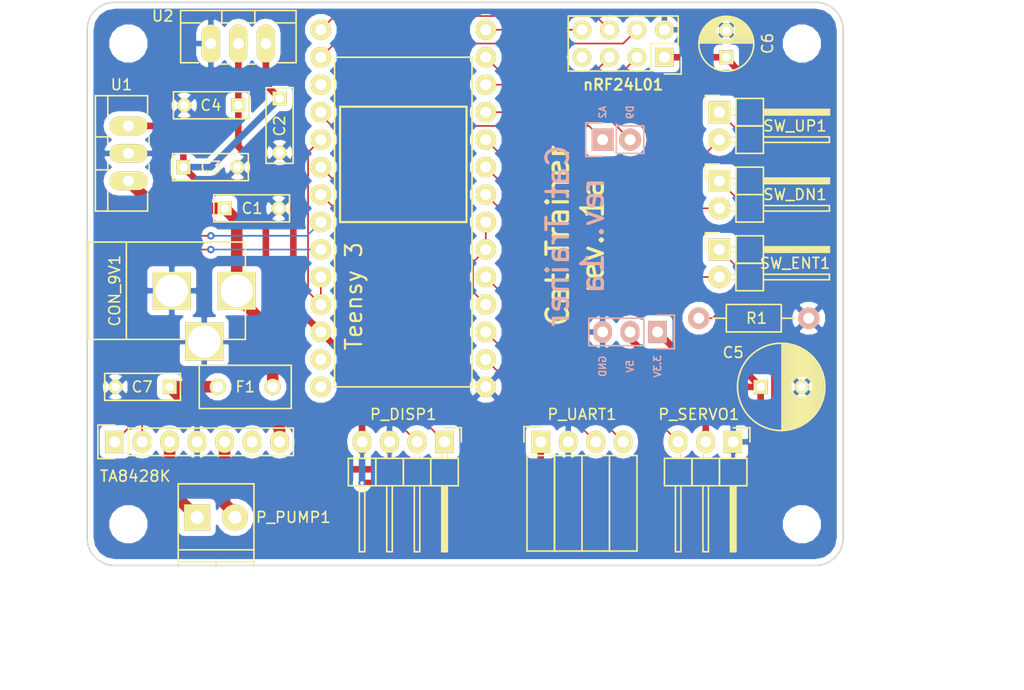
<source format=kicad_pcb>
(kicad_pcb (version 20171130) (host pcbnew "(5.1.12)-1")

  (general
    (thickness 1.6)
    (drawings 28)
    (tracks 129)
    (zones 0)
    (modules 28)
    (nets 28)
  )

  (page A4)
  (title_block
    (title "Teensy Base PCB")
    (rev 1a)
  )

  (layers
    (0 F.Cu signal)
    (31 B.Cu signal)
    (32 B.Adhes user)
    (33 F.Adhes user)
    (34 B.Paste user)
    (35 F.Paste user)
    (36 B.SilkS user)
    (37 F.SilkS user)
    (38 B.Mask user)
    (39 F.Mask user)
    (40 Dwgs.User user)
    (41 Cmts.User user)
    (42 Eco1.User user)
    (43 Eco2.User user)
    (44 Edge.Cuts user)
    (45 Margin user)
    (46 B.CrtYd user)
    (47 F.CrtYd user)
    (48 B.Fab user)
    (49 F.Fab user)
  )

  (setup
    (last_trace_width 0.1524)
    (trace_clearance 0.1524)
    (zone_clearance 0.508)
    (zone_45_only no)
    (trace_min 0.1524)
    (via_size 0.6858)
    (via_drill 0.3302)
    (via_min_size 0.6858)
    (via_min_drill 0.3302)
    (uvia_size 0.762)
    (uvia_drill 0.1)
    (uvias_allowed no)
    (uvia_min_size 0)
    (uvia_min_drill 0)
    (edge_width 0.15)
    (segment_width 0.2)
    (pcb_text_width 0.3)
    (pcb_text_size 1.5 1.5)
    (mod_edge_width 0.15)
    (mod_text_size 1 1)
    (mod_text_width 0.15)
    (pad_size 1.524 1.524)
    (pad_drill 0.762)
    (pad_to_mask_clearance 0.2)
    (aux_axis_origin 0 0)
    (visible_elements 7FFFFFFF)
    (pcbplotparams
      (layerselection 0x00030_80000001)
      (usegerberextensions false)
      (usegerberattributes true)
      (usegerberadvancedattributes true)
      (creategerberjobfile true)
      (excludeedgelayer true)
      (linewidth 0.100000)
      (plotframeref false)
      (viasonmask false)
      (mode 1)
      (useauxorigin false)
      (hpglpennumber 1)
      (hpglpenspeed 20)
      (hpglpendiameter 15.000000)
      (psnegative false)
      (psa4output false)
      (plotreference true)
      (plotvalue true)
      (plotinvisibletext false)
      (padsonsilk false)
      (subtractmaskfromsilk false)
      (outputformat 1)
      (mirror false)
      (drillshape 1)
      (scaleselection 1)
      (outputdirectory ""))
  )

  (net 0 "")
  (net 1 "Net-(P_UART1-Pad3)")
  (net 2 "Net-(P_UART1-Pad4)")
  (net 3 NC)
  (net 4 "Net-(U3-Pad10)")
  (net 5 "Net-(U3-Pad11)")
  (net 6 "Net-(U3-Pad12)")
  (net 7 "Net-(U3-Pad13)")
  (net 8 "Net-(U3-Pad14)")
  (net 9 "Net-(P_DISP1-Pad1)")
  (net 10 "Net-(P_DISP1-Pad2)")
  (net 11 GND)
  (net 12 +9V)
  (net 13 +5V)
  (net 14 +3.3V)
  (net 15 "Net-(SW_DN1-Pad2)")
  (net 16 "Net-(SW_ENT1-Pad2)")
  (net 17 "Net-(SW_UP1-Pad2)")
  (net 18 "Net-(R1-Pad1)")
  (net 19 ACC2)
  (net 20 ACC1)
  (net 21 "Net-(P_PUMP1-Pad2)")
  (net 22 "Net-(P_PUMP1-Pad1)")
  (net 23 "Net-(U3-Pad20)")
  (net 24 "Net-(U3-Pad21)")
  (net 25 "Net-(U5-Pad6)")
  (net 26 "Net-(C7-Pad1)")
  (net 27 "Net-(P_SERVO1-Pad3)")

  (net_class Default "This is the default net class."
    (clearance 0.1524)
    (trace_width 0.1524)
    (via_dia 0.6858)
    (via_drill 0.3302)
    (uvia_dia 0.762)
    (uvia_drill 0.1)
    (add_net ACC1)
    (add_net ACC2)
    (add_net NC)
    (add_net "Net-(P_DISP1-Pad1)")
    (add_net "Net-(P_DISP1-Pad2)")
    (add_net "Net-(P_SERVO1-Pad3)")
    (add_net "Net-(P_UART1-Pad3)")
    (add_net "Net-(P_UART1-Pad4)")
    (add_net "Net-(R1-Pad1)")
    (add_net "Net-(SW_DN1-Pad2)")
    (add_net "Net-(SW_ENT1-Pad2)")
    (add_net "Net-(SW_UP1-Pad2)")
    (add_net "Net-(U3-Pad10)")
    (add_net "Net-(U3-Pad11)")
    (add_net "Net-(U3-Pad12)")
    (add_net "Net-(U3-Pad13)")
    (add_net "Net-(U3-Pad14)")
    (add_net "Net-(U3-Pad20)")
    (add_net "Net-(U3-Pad21)")
    (add_net "Net-(U5-Pad6)")
  )

  (net_class Current ""
    (clearance 0.254)
    (trace_width 1.0668)
    (via_dia 0.6858)
    (via_drill 0.3302)
    (uvia_dia 0.762)
    (uvia_drill 0.1)
    (add_net +9V)
    (add_net "Net-(C7-Pad1)")
    (add_net "Net-(P_PUMP1-Pad1)")
    (add_net "Net-(P_PUMP1-Pad2)")
  )

  (net_class Power ""
    (clearance 0.1524)
    (trace_width 0.6096)
    (via_dia 0.9398)
    (via_drill 0.5842)
    (uvia_dia 0.762)
    (uvia_drill 0.1)
    (add_net +3.3V)
    (add_net +5V)
    (add_net GND)
  )

  (module Connect:BARREL_JACK (layer F.Cu) (tedit 5817BD6B) (tstamp 5803F11B)
    (at 110.49 96.52)
    (descr "DC Barrel Jack")
    (tags "Power Jack")
    (path /5803E29C)
    (fp_text reference CON_9V1 (at -5.08 0 90) (layer F.SilkS)
      (effects (font (size 1 1) (thickness 0.15)))
    )
    (fp_text value BARREL_JACK (at 0 -3.175) (layer F.Fab)
      (effects (font (size 1 1) (thickness 0.15)))
    )
    (fp_line (start 7.00024 -4.50088) (end -7.50062 -4.50088) (layer F.SilkS) (width 0.15))
    (fp_line (start 7.00024 4.50088) (end 7.00024 -4.50088) (layer F.SilkS) (width 0.15))
    (fp_line (start -7.50062 4.50088) (end 7.00024 4.50088) (layer F.SilkS) (width 0.15))
    (fp_line (start -7.50062 -4.50088) (end -7.50062 4.50088) (layer F.SilkS) (width 0.15))
    (fp_line (start -4.0005 -4.50088) (end -4.0005 4.50088) (layer F.SilkS) (width 0.15))
    (pad 1 thru_hole rect (at 6.20014 0) (size 3.50012 3.50012) (drill 2.99974) (layers *.Cu *.Mask F.SilkS)
      (net 12 +9V))
    (pad 2 thru_hole rect (at 0.20066 0) (size 3.50012 3.50012) (drill 2.99974) (layers *.Cu *.Mask F.SilkS)
      (net 11 GND))
    (pad 3 thru_hole rect (at 3.2004 4.699) (size 3.50012 3.50012) (drill 2.99974) (layers *.Cu *.Mask F.SilkS)
      (net 11 GND))
  )

  (module Socket_Strips:Socket_Strip_Straight_2x04 (layer F.Cu) (tedit 58153747) (tstamp 5803F1BA)
    (at 156.21 74.93 180)
    (descr "Through hole socket strip")
    (tags "socket strip")
    (path /5803BF4C)
    (fp_text reference U4 (at 3.81 -2.54 180) (layer F.SilkS) hide
      (effects (font (size 1 1) (thickness 0.15)))
    )
    (fp_text value nRF24L01+ (at 3.175 4.445 180) (layer F.Fab)
      (effects (font (size 1 1) (thickness 0.15)))
    )
    (fp_line (start -1.55 -1.55) (end -1.55 0) (layer F.SilkS) (width 0.15))
    (fp_line (start 1.27 1.27) (end 1.27 -1.27) (layer F.SilkS) (width 0.15))
    (fp_line (start -1.27 1.27) (end 1.27 1.27) (layer F.SilkS) (width 0.15))
    (fp_line (start 0 -1.55) (end -1.55 -1.55) (layer F.SilkS) (width 0.15))
    (fp_line (start -1.27 3.81) (end -1.27 1.27) (layer F.SilkS) (width 0.15))
    (fp_line (start 8.89 3.81) (end -1.27 3.81) (layer F.SilkS) (width 0.15))
    (fp_line (start 8.89 -1.27) (end 8.89 3.81) (layer F.SilkS) (width 0.15))
    (fp_line (start 1.27 -1.27) (end 8.89 -1.27) (layer F.SilkS) (width 0.15))
    (fp_line (start -1.75 4.3) (end 9.4 4.3) (layer F.CrtYd) (width 0.05))
    (fp_line (start -1.75 -1.75) (end 9.4 -1.75) (layer F.CrtYd) (width 0.05))
    (fp_line (start 9.4 -1.75) (end 9.4 4.3) (layer F.CrtYd) (width 0.05))
    (fp_line (start -1.75 -1.75) (end -1.75 4.3) (layer F.CrtYd) (width 0.05))
    (pad 2 thru_hole rect (at 0 0 180) (size 1.7272 1.7272) (drill 1.016) (layers *.Cu *.Mask F.SilkS)
      (net 14 +3.3V))
    (pad 1 thru_hole oval (at 0 2.54 180) (size 1.7272 1.7272) (drill 1.016) (layers *.Cu *.Mask F.SilkS)
      (net 11 GND))
    (pad 4 thru_hole oval (at 2.54 0 180) (size 1.7272 1.7272) (drill 1.016) (layers *.Cu *.Mask F.SilkS)
      (net 4 "Net-(U3-Pad10)"))
    (pad 3 thru_hole oval (at 2.54 2.54 180) (size 1.7272 1.7272) (drill 1.016) (layers *.Cu *.Mask F.SilkS)
      (net 8 "Net-(U3-Pad14)"))
    (pad 6 thru_hole oval (at 5.08 0 180) (size 1.7272 1.7272) (drill 1.016) (layers *.Cu *.Mask F.SilkS)
      (net 5 "Net-(U3-Pad11)"))
    (pad 5 thru_hole oval (at 5.08 2.54 180) (size 1.7272 1.7272) (drill 1.016) (layers *.Cu *.Mask F.SilkS)
      (net 7 "Net-(U3-Pad13)"))
    (pad 8 thru_hole oval (at 7.62 0 180) (size 1.7272 1.7272) (drill 1.016) (layers *.Cu *.Mask F.SilkS)
      (net 3 NC))
    (pad 7 thru_hole oval (at 7.62 2.54 180) (size 1.7272 1.7272) (drill 1.016) (layers *.Cu *.Mask F.SilkS)
      (net 6 "Net-(U3-Pad12)"))
    (model Socket_Strips.3dshapes/Socket_Strip_Straight_2x04.wrl
      (offset (xyz 3.809999942779541 -1.269999980926514 0))
      (scale (xyz 1 1 1))
      (rotate (xyz 0 0 180))
    )
  )

  (module lib:Teensy-3.1 (layer F.Cu) (tedit 58153795) (tstamp 5803F1AE)
    (at 139.7 102.87 90)
    (path /5803BE0B)
    (fp_text reference U3 (at 13.335 -7.62 180) (layer F.SilkS) hide
      (effects (font (size 1.5 1.5) (thickness 0.15)))
    )
    (fp_text value Teensy_3.2 (at 5.08 -2.54 90) (layer F.Fab)
      (effects (font (size 1.5 1.5) (thickness 0.15)))
    )
    (fp_line (start -2.54 -2.54) (end -2.54 -12.7) (layer F.SilkS) (width 0.15))
    (fp_line (start 27.94 -12.7) (end 27.94 -2.54) (layer F.SilkS) (width 0.15))
    (fp_line (start 27.94 -13.97) (end 27.94 -12.7) (layer F.SilkS) (width 0.15))
    (fp_line (start -2.54 -13.97) (end 27.94 -13.97) (layer F.SilkS) (width 0.15))
    (fp_line (start -2.54 -12.7) (end -2.54 -13.97) (layer F.SilkS) (width 0.15))
    (fp_line (start -2.54 -1.27) (end -2.54 -2.54) (layer F.SilkS) (width 0.15))
    (fp_line (start 27.94 -1.27) (end -2.54 -1.27) (layer F.SilkS) (width 0.15))
    (fp_line (start 27.94 -2.54) (end 27.94 -1.27) (layer F.SilkS) (width 0.15))
    (pad 0 thru_hole circle (at 0 0 90) (size 1.9 1.9) (drill 1.016) (layers *.Cu *.Mask F.SilkS)
      (net 1 "Net-(P_UART1-Pad3)"))
    (pad 1 thru_hole circle (at 2.54 0 90) (size 1.9 1.9) (drill 1.016) (layers *.Cu *.Mask F.SilkS)
      (net 2 "Net-(P_UART1-Pad4)"))
    (pad 2 thru_hole circle (at 5.08 0 90) (size 1.9 1.9) (drill 1.016) (layers *.Cu *.Mask F.SilkS)
      (net 3 NC))
    (pad 3 thru_hole circle (at 7.62 0 90) (size 1.9 1.9) (drill 1.016) (layers *.Cu *.Mask F.SilkS)
      (net 27 "Net-(P_SERVO1-Pad3)"))
    (pad 4 thru_hole circle (at 10.16 0 90) (size 1.9 1.9) (drill 1.016) (layers *.Cu *.Mask F.SilkS)
      (net 3 NC))
    (pad 5 thru_hole circle (at 12.7 0 90) (size 1.9 1.9) (drill 1.016) (layers *.Cu *.Mask F.SilkS)
      (net 3 NC))
    (pad 6 thru_hole circle (at 15.24 0 90) (size 1.9 1.9) (drill 1.016) (layers *.Cu *.Mask F.SilkS)
      (net 16 "Net-(SW_ENT1-Pad2)"))
    (pad 7 thru_hole circle (at 17.78 0 90) (size 1.9 1.9) (drill 1.016) (layers *.Cu *.Mask F.SilkS)
      (net 15 "Net-(SW_DN1-Pad2)"))
    (pad 8 thru_hole circle (at 20.32 0 90) (size 1.9 1.9) (drill 1.016) (layers *.Cu *.Mask F.SilkS)
      (net 17 "Net-(SW_UP1-Pad2)"))
    (pad 9 thru_hole circle (at 22.86 0 90) (size 1.9 1.9) (drill 1.016) (layers *.Cu *.Mask F.SilkS)
      (net 20 ACC1))
    (pad 10 thru_hole circle (at 25.4 0 90) (size 1.9 1.9) (drill 1.016) (layers *.Cu *.Mask F.SilkS)
      (net 4 "Net-(U3-Pad10)"))
    (pad 11 thru_hole circle (at 27.94 0 90) (size 1.9 1.9) (drill 1.016) (layers *.Cu *.Mask F.SilkS)
      (net 5 "Net-(U3-Pad11)"))
    (pad 12 thru_hole circle (at 30.48 0 90) (size 1.9 1.9) (drill 1.016) (layers *.Cu *.Mask F.SilkS)
      (net 6 "Net-(U3-Pad12)"))
    (pad 13 thru_hole circle (at 30.48 -15.24 90) (size 1.9 1.9) (drill 1.016) (layers *.Cu *.Mask F.SilkS)
      (net 7 "Net-(U3-Pad13)"))
    (pad 14 thru_hole circle (at 27.94 -15.24 90) (size 1.9 1.9) (drill 1.016) (layers *.Cu *.Mask F.SilkS)
      (net 8 "Net-(U3-Pad14)"))
    (pad 15 thru_hole circle (at 25.4 -15.24 90) (size 1.9 1.9) (drill 1.016) (layers *.Cu *.Mask F.SilkS)
      (net 3 NC))
    (pad 16 thru_hole circle (at 22.86 -15.24 90) (size 1.9 1.9) (drill 1.016) (layers *.Cu *.Mask F.SilkS)
      (net 19 ACC2))
    (pad 17 thru_hole circle (at 20.32 -15.24 90) (size 1.9 1.9) (drill 1.016) (layers *.Cu *.Mask F.SilkS)
      (net 3 NC))
    (pad 18 thru_hole circle (at 17.78 -15.24 90) (size 1.9 1.9) (drill 1.016) (layers *.Cu *.Mask F.SilkS)
      (net 9 "Net-(P_DISP1-Pad1)"))
    (pad 19 thru_hole circle (at 15.24 -15.24 90) (size 1.9 1.9) (drill 1.016) (layers *.Cu *.Mask F.SilkS)
      (net 10 "Net-(P_DISP1-Pad2)"))
    (pad 20 thru_hole circle (at 12.7 -15.24 90) (size 1.9 1.9) (drill 1.016) (layers *.Cu *.Mask F.SilkS)
      (net 23 "Net-(U3-Pad20)"))
    (pad 21 thru_hole circle (at 10.16 -15.24 90) (size 1.9 1.9) (drill 1.016) (layers *.Cu *.Mask F.SilkS)
      (net 24 "Net-(U3-Pad21)"))
    (pad 22 thru_hole circle (at 7.62 -15.24 90) (size 1.9 1.9) (drill 1.016) (layers *.Cu *.Mask F.SilkS)
      (net 3 NC))
    (pad 23 thru_hole circle (at 5.08 -15.24 90) (size 1.9 1.9) (drill 1.016) (layers *.Cu *.Mask F.SilkS)
      (net 3 NC))
    (pad 24 thru_hole circle (at 2.54 -15.24 90) (size 1.9 1.9) (drill 1.016) (layers *.Cu *.Mask F.SilkS)
      (net 14 +3.3V))
    (pad 25 thru_hole circle (at 0 -15.24 90) (size 1.9 1.9) (drill 1.016) (layers *.Cu *.Mask F.SilkS)
      (net 3 NC))
    (pad 26 thru_hole circle (at -2.54 -15.24 90) (size 1.9 1.9) (drill 1.016) (layers *.Cu *.Mask F.SilkS)
      (net 3 NC))
    (pad 27 thru_hole circle (at -2.54 0 90) (size 1.9 1.9) (drill 1.016) (layers *.Cu *.Mask F.SilkS)
      (net 11 GND))
  )

  (module Mounting_Holes:MountingHole_2.5mm (layer F.Cu) (tedit 5815377E) (tstamp 5804FEDB)
    (at 168.91 118.11)
    (descr "Mounting Hole 2.5mm, no annular")
    (tags "mounting hole 2.5mm no annular")
    (fp_text reference REF** (at 0 -3.5) (layer F.SilkS) hide
      (effects (font (size 1 1) (thickness 0.15)))
    )
    (fp_text value MountingHole_2.5mm (at 3.175 3.175) (layer F.Fab)
      (effects (font (size 1 1) (thickness 0.15)))
    )
    (fp_circle (center 0 0) (end 2.75 0) (layer F.CrtYd) (width 0.05))
    (fp_circle (center 0 0) (end 2.5 0) (layer Cmts.User) (width 0.15))
    (pad 1 np_thru_hole circle (at 0 0) (size 2.5 2.5) (drill 2.5) (layers *.Cu *.Mask F.SilkS))
  )

  (module Mounting_Holes:MountingHole_2.5mm locked (layer F.Cu) (tedit 58153789) (tstamp 5804FDEE)
    (at 168.91 73.66)
    (descr "Mounting Hole 2.5mm, no annular")
    (tags "mounting hole 2.5mm no annular")
    (fp_text reference REF** (at 0 -3.5) (layer F.SilkS) hide
      (effects (font (size 1 1) (thickness 0.15)))
    )
    (fp_text value MountingHole_2.5mm (at 1.905 -3.175) (layer F.Fab)
      (effects (font (size 1 1) (thickness 0.15)))
    )
    (fp_circle (center 0 0) (end 2.75 0) (layer F.CrtYd) (width 0.05))
    (fp_circle (center 0 0) (end 2.5 0) (layer Cmts.User) (width 0.15))
    (pad 1 np_thru_hole circle (at 0 0) (size 2.5 2.5) (drill 2.5) (layers *.Cu *.Mask F.SilkS))
  )

  (module Mounting_Holes:MountingHole_2.5mm (layer F.Cu) (tedit 58153776) (tstamp 5804FDC5)
    (at 106.68 118.11)
    (descr "Mounting Hole 2.5mm, no annular")
    (tags "mounting hole 2.5mm no annular")
    (fp_text reference REF** (at 0 -3.5) (layer F.SilkS) hide
      (effects (font (size 1 1) (thickness 0.15)))
    )
    (fp_text value MountingHole_2.5mm (at -3.81 2.54) (layer F.Fab)
      (effects (font (size 1 1) (thickness 0.15)))
    )
    (fp_circle (center 0 0) (end 2.75 0) (layer F.CrtYd) (width 0.05))
    (fp_circle (center 0 0) (end 2.5 0) (layer Cmts.User) (width 0.15))
    (pad 1 np_thru_hole circle (at 0 0) (size 2.5 2.5) (drill 2.5) (layers *.Cu *.Mask F.SilkS))
  )

  (module Pin_Headers:Pin_Header_Angled_1x03 (layer F.Cu) (tedit 58153BD5) (tstamp 5804082A)
    (at 162.56 110.49 270)
    (descr "Through hole pin header")
    (tags "pin header")
    (path /580427F1)
    (fp_text reference P_SERVO1 (at -2.54 3.175) (layer F.SilkS)
      (effects (font (size 1 1) (thickness 0.15)))
    )
    (fp_text value CONN_01X03 (at 4.445 -2.54 270) (layer F.Fab)
      (effects (font (size 1 1) (thickness 0.15)))
    )
    (fp_line (start 1.524 6.35) (end 4.064 6.35) (layer F.SilkS) (width 0.15))
    (fp_line (start 1.524 1.27) (end 4.064 1.27) (layer F.SilkS) (width 0.15))
    (fp_line (start 1.524 1.27) (end 1.524 3.81) (layer F.SilkS) (width 0.15))
    (fp_line (start 1.524 3.81) (end 4.064 3.81) (layer F.SilkS) (width 0.15))
    (fp_line (start 4.064 2.286) (end 10.16 2.286) (layer F.SilkS) (width 0.15))
    (fp_line (start 10.16 2.286) (end 10.16 2.794) (layer F.SilkS) (width 0.15))
    (fp_line (start 10.16 2.794) (end 4.064 2.794) (layer F.SilkS) (width 0.15))
    (fp_line (start 4.064 3.81) (end 4.064 1.27) (layer F.SilkS) (width 0.15))
    (fp_line (start 4.064 6.35) (end 4.064 3.81) (layer F.SilkS) (width 0.15))
    (fp_line (start 10.16 5.334) (end 4.064 5.334) (layer F.SilkS) (width 0.15))
    (fp_line (start 10.16 4.826) (end 10.16 5.334) (layer F.SilkS) (width 0.15))
    (fp_line (start 4.064 4.826) (end 10.16 4.826) (layer F.SilkS) (width 0.15))
    (fp_line (start 1.524 3.81) (end 1.524 6.35) (layer F.SilkS) (width 0.15))
    (fp_line (start 1.524 3.81) (end 4.064 3.81) (layer F.SilkS) (width 0.15))
    (fp_line (start 1.524 -1.27) (end 4.064 -1.27) (layer F.SilkS) (width 0.15))
    (fp_line (start 1.524 -1.27) (end 1.524 1.27) (layer F.SilkS) (width 0.15))
    (fp_line (start 1.524 1.27) (end 4.064 1.27) (layer F.SilkS) (width 0.15))
    (fp_line (start 4.064 -0.254) (end 10.16 -0.254) (layer F.SilkS) (width 0.15))
    (fp_line (start 10.16 -0.254) (end 10.16 0.254) (layer F.SilkS) (width 0.15))
    (fp_line (start 10.16 0.254) (end 4.064 0.254) (layer F.SilkS) (width 0.15))
    (fp_line (start 4.064 1.27) (end 4.064 -1.27) (layer F.SilkS) (width 0.15))
    (fp_line (start 1.524 5.334) (end 1.143 5.334) (layer F.SilkS) (width 0.15))
    (fp_line (start 1.524 4.826) (end 1.143 4.826) (layer F.SilkS) (width 0.15))
    (fp_line (start 1.524 2.794) (end 1.143 2.794) (layer F.SilkS) (width 0.15))
    (fp_line (start 1.524 2.286) (end 1.143 2.286) (layer F.SilkS) (width 0.15))
    (fp_line (start 1.524 0.254) (end 1.143 0.254) (layer F.SilkS) (width 0.15))
    (fp_line (start 1.524 -0.254) (end 1.143 -0.254) (layer F.SilkS) (width 0.15))
    (fp_line (start 4.191 0) (end 10.033 0) (layer F.SilkS) (width 0.15))
    (fp_line (start 4.191 0.127) (end 4.191 0) (layer F.SilkS) (width 0.15))
    (fp_line (start 10.033 0.127) (end 4.191 0.127) (layer F.SilkS) (width 0.15))
    (fp_line (start 10.033 -0.127) (end 10.033 0.127) (layer F.SilkS) (width 0.15))
    (fp_line (start 4.191 -0.127) (end 10.033 -0.127) (layer F.SilkS) (width 0.15))
    (fp_line (start 0 -1.55) (end -1.3 -1.55) (layer F.SilkS) (width 0.15))
    (fp_line (start -1.3 -1.55) (end -1.3 0) (layer F.SilkS) (width 0.15))
    (fp_line (start -1.5 6.85) (end 10.65 6.85) (layer F.CrtYd) (width 0.05))
    (fp_line (start -1.5 -1.75) (end 10.65 -1.75) (layer F.CrtYd) (width 0.05))
    (fp_line (start 10.65 -1.75) (end 10.65 6.85) (layer F.CrtYd) (width 0.05))
    (fp_line (start -1.5 -1.75) (end -1.5 6.85) (layer F.CrtYd) (width 0.05))
    (pad 1 thru_hole rect (at 0 0 270) (size 2.032 1.7272) (drill 1.016) (layers *.Cu *.Mask F.SilkS)
      (net 11 GND))
    (pad 2 thru_hole oval (at 0 2.54 270) (size 2.032 1.7272) (drill 1.016) (layers *.Cu *.Mask F.SilkS)
      (net 13 +5V))
    (pad 3 thru_hole oval (at 0 5.08 270) (size 2.032 1.7272) (drill 1.016) (layers *.Cu *.Mask F.SilkS)
      (net 27 "Net-(P_SERVO1-Pad3)"))
    (model Pin_Headers.3dshapes/Pin_Header_Angled_1x03.wrl
      (offset (xyz 0 -2.539999961853027 0))
      (scale (xyz 1 1 1))
      (rotate (xyz 0 0 90))
    )
  )

  (module Socket_Strips:Socket_Strip_Angled_1x04 (layer F.Cu) (tedit 581536FD) (tstamp 58040830)
    (at 144.78 110.49)
    (descr "Through hole socket strip")
    (tags "socket strip")
    (path /5803DF02)
    (fp_text reference P_UART1 (at 3.81 -2.54) (layer F.SilkS)
      (effects (font (size 1 1) (thickness 0.15)))
    )
    (fp_text value CONN_01X04 (at -2.54 4.445 90) (layer F.Fab)
      (effects (font (size 1 1) (thickness 0.15)))
    )
    (fp_line (start 1.27 10.1) (end 1.27 1.27) (layer F.SilkS) (width 0.15))
    (fp_line (start -1.27 10.1) (end 1.27 10.1) (layer F.SilkS) (width 0.15))
    (fp_line (start -1.27 1.27) (end -1.27 10.1) (layer F.SilkS) (width 0.15))
    (fp_line (start -1.55 -1.4) (end -1.55 0) (layer F.SilkS) (width 0.15))
    (fp_line (start 0 -1.4) (end -1.55 -1.4) (layer F.SilkS) (width 0.15))
    (fp_line (start -1.27 1.27) (end 1.27 1.27) (layer F.SilkS) (width 0.15))
    (fp_line (start 1.27 1.27) (end 3.81 1.27) (layer F.SilkS) (width 0.15))
    (fp_line (start 1.27 1.27) (end 1.27 10.1) (layer F.SilkS) (width 0.15))
    (fp_line (start 1.27 10.1) (end 3.81 10.1) (layer F.SilkS) (width 0.15))
    (fp_line (start 3.81 10.1) (end 3.81 1.27) (layer F.SilkS) (width 0.15))
    (fp_line (start 6.35 10.1) (end 6.35 1.27) (layer F.SilkS) (width 0.15))
    (fp_line (start 3.81 10.1) (end 6.35 10.1) (layer F.SilkS) (width 0.15))
    (fp_line (start 3.81 1.27) (end 6.35 1.27) (layer F.SilkS) (width 0.15))
    (fp_line (start 6.35 1.27) (end 8.89 1.27) (layer F.SilkS) (width 0.15))
    (fp_line (start 6.35 10.1) (end 8.89 10.1) (layer F.SilkS) (width 0.15))
    (fp_line (start 8.89 10.1) (end 8.89 1.27) (layer F.SilkS) (width 0.15))
    (fp_line (start -1.75 10.6) (end 9.4 10.6) (layer F.CrtYd) (width 0.05))
    (fp_line (start -1.75 -1.5) (end 9.4 -1.5) (layer F.CrtYd) (width 0.05))
    (fp_line (start 9.4 -1.5) (end 9.4 10.6) (layer F.CrtYd) (width 0.05))
    (fp_line (start -1.75 -1.5) (end -1.75 10.6) (layer F.CrtYd) (width 0.05))
    (pad 1 thru_hole rect (at 0 0) (size 1.7272 2.032) (drill 1.016) (layers *.Cu *.Mask F.SilkS)
      (net 13 +5V))
    (pad 2 thru_hole oval (at 2.54 0) (size 1.7272 2.032) (drill 1.016) (layers *.Cu *.Mask F.SilkS)
      (net 11 GND))
    (pad 3 thru_hole oval (at 5.08 0) (size 1.7272 2.032) (drill 1.016) (layers *.Cu *.Mask F.SilkS)
      (net 1 "Net-(P_UART1-Pad3)"))
    (pad 4 thru_hole oval (at 7.62 0) (size 1.7272 2.032) (drill 1.016) (layers *.Cu *.Mask F.SilkS)
      (net 2 "Net-(P_UART1-Pad4)"))
    (model Socket_Strips.3dshapes/Socket_Strip_Angled_1x04.wrl
      (offset (xyz 3.809999942779541 0 0))
      (scale (xyz 1 1 1))
      (rotate (xyz 0 0 180))
    )
  )

  (module Mounting_Holes:MountingHole_2.5mm locked (layer F.Cu) (tedit 581536B8) (tstamp 5804FD84)
    (at 106.68 73.66)
    (descr "Mounting Hole 2.5mm, no annular")
    (tags "mounting hole 2.5mm no annular")
    (fp_text reference REF** (at 0 -3.5) (layer F.SilkS) hide
      (effects (font (size 1 1) (thickness 0.15)))
    )
    (fp_text value MountingHole_2.5mm (at -3.175 -2.54) (layer F.Fab)
      (effects (font (size 1 1) (thickness 0.15)))
    )
    (fp_circle (center 0 0) (end 2.75 0) (layer F.CrtYd) (width 0.05))
    (fp_circle (center 0 0) (end 2.5 0) (layer Cmts.User) (width 0.15))
    (pad 1 np_thru_hole circle (at 0 0) (size 2.5 2.5) (drill 2.5) (layers *.Cu *.Mask F.SilkS))
  )

  (module TO_SOT_Packages_THT:TO-220_Neutral123_Vertical_LargePads (layer F.Cu) (tedit 58153691) (tstamp 58050827)
    (at 106.68 83.82 90)
    (descr "TO-220, Neutral, Vertical, Large Pads,")
    (tags "TO-220, Neutral, Vertical, Large Pads,")
    (path /5803C030)
    (fp_text reference U1 (at 6.35 -0.635 180) (layer F.SilkS)
      (effects (font (size 1 1) (thickness 0.15)))
    )
    (fp_text value LM7805CT (at 0 -2.54 90) (layer F.Fab)
      (effects (font (size 1 1) (thickness 0.15)))
    )
    (fp_line (start 0 -3.048) (end 5.334 -3.048) (layer F.SilkS) (width 0.15))
    (fp_line (start 0 -3.048) (end -5.334 -3.048) (layer F.SilkS) (width 0.15))
    (fp_line (start -5.334 -1.905) (end -5.334 -3.048) (layer F.SilkS) (width 0.15))
    (fp_line (start 5.334 -3.048) (end 5.334 -1.905) (layer F.SilkS) (width 0.15))
    (fp_line (start -5.334 1.778) (end -5.334 -1.905) (layer F.SilkS) (width 0.15))
    (fp_line (start 5.334 -1.905) (end 5.334 1.778) (layer F.SilkS) (width 0.15))
    (fp_line (start 1.524 -3.048) (end 1.524 -1.905) (layer F.SilkS) (width 0.15))
    (fp_line (start -1.524 -3.048) (end -1.524 -1.905) (layer F.SilkS) (width 0.15))
    (fp_line (start 5.334 1.778) (end 3.683 1.778) (layer F.SilkS) (width 0.15))
    (fp_line (start 1.524 1.905) (end 0.889 1.905) (layer F.SilkS) (width 0.15))
    (fp_line (start -1.016 1.905) (end -1.651 1.905) (layer F.SilkS) (width 0.15))
    (fp_line (start -5.334 1.778) (end -3.683 1.778) (layer F.SilkS) (width 0.15))
    (fp_line (start -5.334 -1.905) (end -3.556 -1.905) (layer F.SilkS) (width 0.15))
    (fp_line (start -1.524 -1.905) (end -0.889 -1.905) (layer F.SilkS) (width 0.15))
    (fp_line (start -1.524 -1.905) (end -1.651 -1.905) (layer F.SilkS) (width 0.15))
    (fp_line (start 0.889 -1.905) (end 1.651 -1.905) (layer F.SilkS) (width 0.15))
    (fp_line (start 5.334 -1.905) (end 3.429 -1.905) (layer F.SilkS) (width 0.15))
    (pad 2 thru_hole oval (at 0 0 180) (size 3.50012 1.69926) (drill 1.00076) (layers *.Cu *.Mask F.SilkS)
      (net 11 GND))
    (pad 1 thru_hole oval (at -2.54 0 180) (size 3.50012 1.69926) (drill 1.00076) (layers *.Cu *.Mask F.SilkS)
      (net 12 +9V))
    (pad 3 thru_hole oval (at 2.54 0 180) (size 3.50012 1.69926) (drill 1.00076) (layers *.Cu *.Mask F.SilkS)
      (net 13 +5V))
    (model TO_SOT_Packages_THT.3dshapes/TO-220_Neutral123_Vertical_LargePads.wrl
      (at (xyz 0 0 0))
      (scale (xyz 0.3937 0.3937 0.3937))
      (rotate (xyz 0 0 0))
    )
  )

  (module TO_SOT_Packages_THT:TO-220_Neutral123_Vertical_LargePads (layer F.Cu) (tedit 5815369B) (tstamp 5805082D)
    (at 116.84 73.66)
    (descr "TO-220, Neutral, Vertical, Large Pads,")
    (tags "TO-220, Neutral, Vertical, Large Pads,")
    (path /5804540F)
    (fp_text reference U2 (at -6.985 -2.54) (layer F.SilkS)
      (effects (font (size 1 1) (thickness 0.15)))
    )
    (fp_text value LD1117V33 (at 0 -2.54) (layer F.Fab)
      (effects (font (size 1 1) (thickness 0.15)))
    )
    (fp_line (start 0 -3.048) (end 5.334 -3.048) (layer F.SilkS) (width 0.15))
    (fp_line (start 0 -3.048) (end -5.334 -3.048) (layer F.SilkS) (width 0.15))
    (fp_line (start -5.334 -1.905) (end -5.334 -3.048) (layer F.SilkS) (width 0.15))
    (fp_line (start 5.334 -3.048) (end 5.334 -1.905) (layer F.SilkS) (width 0.15))
    (fp_line (start -5.334 1.778) (end -5.334 -1.905) (layer F.SilkS) (width 0.15))
    (fp_line (start 5.334 -1.905) (end 5.334 1.778) (layer F.SilkS) (width 0.15))
    (fp_line (start 1.524 -3.048) (end 1.524 -1.905) (layer F.SilkS) (width 0.15))
    (fp_line (start -1.524 -3.048) (end -1.524 -1.905) (layer F.SilkS) (width 0.15))
    (fp_line (start 5.334 1.778) (end 3.683 1.778) (layer F.SilkS) (width 0.15))
    (fp_line (start 1.524 1.905) (end 0.889 1.905) (layer F.SilkS) (width 0.15))
    (fp_line (start -1.016 1.905) (end -1.651 1.905) (layer F.SilkS) (width 0.15))
    (fp_line (start -5.334 1.778) (end -3.683 1.778) (layer F.SilkS) (width 0.15))
    (fp_line (start -5.334 -1.905) (end -3.556 -1.905) (layer F.SilkS) (width 0.15))
    (fp_line (start -1.524 -1.905) (end -0.889 -1.905) (layer F.SilkS) (width 0.15))
    (fp_line (start -1.524 -1.905) (end -1.651 -1.905) (layer F.SilkS) (width 0.15))
    (fp_line (start 0.889 -1.905) (end 1.651 -1.905) (layer F.SilkS) (width 0.15))
    (fp_line (start 5.334 -1.905) (end 3.429 -1.905) (layer F.SilkS) (width 0.15))
    (pad 2 thru_hole oval (at 0 0 90) (size 3.50012 1.69926) (drill 1.00076) (layers *.Cu *.Mask F.SilkS)
      (net 14 +3.3V))
    (pad 1 thru_hole oval (at -2.54 0 90) (size 3.50012 1.69926) (drill 1.00076) (layers *.Cu *.Mask F.SilkS)
      (net 11 GND))
    (pad 3 thru_hole oval (at 2.54 0 90) (size 3.50012 1.69926) (drill 1.00076) (layers *.Cu *.Mask F.SilkS)
      (net 13 +5V))
    (model TO_SOT_Packages_THT.3dshapes/TO-220_Neutral123_Vertical_LargePads.wrl
      (at (xyz 0 0 0))
      (scale (xyz 0.3937 0.3937 0.3937))
      (rotate (xyz 0 0 0))
    )
  )

  (module Pin_Headers:Pin_Header_Angled_1x04 (layer F.Cu) (tedit 581536F4) (tstamp 58053BC5)
    (at 135.89 110.49 270)
    (descr "Through hole pin header")
    (tags "pin header")
    (path /58041686)
    (fp_text reference P_DISP1 (at -2.54 3.81) (layer F.SilkS)
      (effects (font (size 1 1) (thickness 0.15)))
    )
    (fp_text value CONN_01X04 (at 4.445 -1.905 270) (layer F.Fab)
      (effects (font (size 1 1) (thickness 0.15)))
    )
    (fp_line (start 1.524 3.81) (end 4.064 3.81) (layer F.SilkS) (width 0.15))
    (fp_line (start 1.524 3.81) (end 1.524 6.35) (layer F.SilkS) (width 0.15))
    (fp_line (start 1.524 6.35) (end 4.064 6.35) (layer F.SilkS) (width 0.15))
    (fp_line (start 4.064 4.826) (end 10.16 4.826) (layer F.SilkS) (width 0.15))
    (fp_line (start 10.16 4.826) (end 10.16 5.334) (layer F.SilkS) (width 0.15))
    (fp_line (start 10.16 5.334) (end 4.064 5.334) (layer F.SilkS) (width 0.15))
    (fp_line (start 4.064 6.35) (end 4.064 3.81) (layer F.SilkS) (width 0.15))
    (fp_line (start 4.064 8.89) (end 4.064 6.35) (layer F.SilkS) (width 0.15))
    (fp_line (start 10.16 7.874) (end 4.064 7.874) (layer F.SilkS) (width 0.15))
    (fp_line (start 10.16 7.366) (end 10.16 7.874) (layer F.SilkS) (width 0.15))
    (fp_line (start 4.064 7.366) (end 10.16 7.366) (layer F.SilkS) (width 0.15))
    (fp_line (start 1.524 8.89) (end 4.064 8.89) (layer F.SilkS) (width 0.15))
    (fp_line (start 1.524 6.35) (end 1.524 8.89) (layer F.SilkS) (width 0.15))
    (fp_line (start 1.524 6.35) (end 4.064 6.35) (layer F.SilkS) (width 0.15))
    (fp_line (start 1.524 -1.27) (end 1.524 1.27) (layer F.SilkS) (width 0.15))
    (fp_line (start 1.524 1.27) (end 4.064 1.27) (layer F.SilkS) (width 0.15))
    (fp_line (start 4.064 -0.254) (end 10.16 -0.254) (layer F.SilkS) (width 0.15))
    (fp_line (start 10.16 -0.254) (end 10.16 0.254) (layer F.SilkS) (width 0.15))
    (fp_line (start 10.16 0.254) (end 4.064 0.254) (layer F.SilkS) (width 0.15))
    (fp_line (start 4.064 1.27) (end 4.064 -1.27) (layer F.SilkS) (width 0.15))
    (fp_line (start 4.064 3.81) (end 4.064 1.27) (layer F.SilkS) (width 0.15))
    (fp_line (start 10.16 2.794) (end 4.064 2.794) (layer F.SilkS) (width 0.15))
    (fp_line (start 10.16 2.286) (end 10.16 2.794) (layer F.SilkS) (width 0.15))
    (fp_line (start 4.064 2.286) (end 10.16 2.286) (layer F.SilkS) (width 0.15))
    (fp_line (start 1.524 3.81) (end 4.064 3.81) (layer F.SilkS) (width 0.15))
    (fp_line (start 1.524 1.27) (end 1.524 3.81) (layer F.SilkS) (width 0.15))
    (fp_line (start 1.524 1.27) (end 4.064 1.27) (layer F.SilkS) (width 0.15))
    (fp_line (start 1.524 -1.27) (end 4.064 -1.27) (layer F.SilkS) (width 0.15))
    (fp_line (start 1.524 7.366) (end 1.143 7.366) (layer F.SilkS) (width 0.15))
    (fp_line (start 1.524 7.874) (end 1.143 7.874) (layer F.SilkS) (width 0.15))
    (fp_line (start 1.524 5.334) (end 1.143 5.334) (layer F.SilkS) (width 0.15))
    (fp_line (start 1.524 4.826) (end 1.143 4.826) (layer F.SilkS) (width 0.15))
    (fp_line (start 1.524 2.794) (end 1.143 2.794) (layer F.SilkS) (width 0.15))
    (fp_line (start 1.524 2.286) (end 1.143 2.286) (layer F.SilkS) (width 0.15))
    (fp_line (start 1.524 0.254) (end 1.143 0.254) (layer F.SilkS) (width 0.15))
    (fp_line (start 1.524 -0.254) (end 1.143 -0.254) (layer F.SilkS) (width 0.15))
    (fp_line (start 4.191 0) (end 10.033 0) (layer F.SilkS) (width 0.15))
    (fp_line (start 4.191 0.127) (end 4.191 0) (layer F.SilkS) (width 0.15))
    (fp_line (start 10.033 0.127) (end 4.191 0.127) (layer F.SilkS) (width 0.15))
    (fp_line (start 10.033 -0.127) (end 10.033 0.127) (layer F.SilkS) (width 0.15))
    (fp_line (start 4.191 -0.127) (end 10.033 -0.127) (layer F.SilkS) (width 0.15))
    (fp_line (start 0 -1.55) (end -1.3 -1.55) (layer F.SilkS) (width 0.15))
    (fp_line (start -1.3 -1.55) (end -1.3 0) (layer F.SilkS) (width 0.15))
    (fp_line (start -1.5 9.4) (end 10.65 9.4) (layer F.CrtYd) (width 0.05))
    (fp_line (start -1.5 -1.75) (end 10.65 -1.75) (layer F.CrtYd) (width 0.05))
    (fp_line (start 10.65 -1.75) (end 10.65 9.4) (layer F.CrtYd) (width 0.05))
    (fp_line (start -1.5 -1.75) (end -1.5 9.4) (layer F.CrtYd) (width 0.05))
    (pad 1 thru_hole rect (at 0 0 270) (size 2.032 1.7272) (drill 1.016) (layers *.Cu *.Mask F.SilkS)
      (net 9 "Net-(P_DISP1-Pad1)"))
    (pad 2 thru_hole oval (at 0 2.54 270) (size 2.032 1.7272) (drill 1.016) (layers *.Cu *.Mask F.SilkS)
      (net 10 "Net-(P_DISP1-Pad2)"))
    (pad 3 thru_hole oval (at 0 5.08 270) (size 2.032 1.7272) (drill 1.016) (layers *.Cu *.Mask F.SilkS)
      (net 11 GND))
    (pad 4 thru_hole oval (at 0 7.62 270) (size 2.032 1.7272) (drill 1.016) (layers *.Cu *.Mask F.SilkS)
      (net 14 +3.3V))
    (model Pin_Headers.3dshapes/Pin_Header_Angled_1x04.wrl
      (offset (xyz 0 -3.809999942779541 0))
      (scale (xyz 1 1 1))
      (rotate (xyz 0 0 90))
    )
  )

  (module Pin_Headers:Pin_Header_Angled_1x02 (layer F.Cu) (tedit 58153720) (tstamp 58053BD6)
    (at 161.29 86.36)
    (descr "Through hole pin header")
    (tags "pin header")
    (path /5803D88E)
    (fp_text reference SW_DN1 (at 6.985 1.27) (layer F.SilkS)
      (effects (font (size 1 1) (thickness 0.15)))
    )
    (fp_text value SW_PUSH (at 6.985 -0.635) (layer F.Fab)
      (effects (font (size 1 1) (thickness 0.15)))
    )
    (fp_line (start 1.524 -1.27) (end 1.524 1.27) (layer F.SilkS) (width 0.15))
    (fp_line (start 1.524 1.27) (end 4.064 1.27) (layer F.SilkS) (width 0.15))
    (fp_line (start 4.064 -0.254) (end 10.16 -0.254) (layer F.SilkS) (width 0.15))
    (fp_line (start 10.16 -0.254) (end 10.16 0.254) (layer F.SilkS) (width 0.15))
    (fp_line (start 10.16 0.254) (end 4.064 0.254) (layer F.SilkS) (width 0.15))
    (fp_line (start 4.064 1.27) (end 4.064 -1.27) (layer F.SilkS) (width 0.15))
    (fp_line (start 4.064 3.81) (end 4.064 1.27) (layer F.SilkS) (width 0.15))
    (fp_line (start 10.16 2.794) (end 4.064 2.794) (layer F.SilkS) (width 0.15))
    (fp_line (start 10.16 2.286) (end 10.16 2.794) (layer F.SilkS) (width 0.15))
    (fp_line (start 4.064 2.286) (end 10.16 2.286) (layer F.SilkS) (width 0.15))
    (fp_line (start 1.524 3.81) (end 4.064 3.81) (layer F.SilkS) (width 0.15))
    (fp_line (start 1.524 1.27) (end 1.524 3.81) (layer F.SilkS) (width 0.15))
    (fp_line (start 1.524 1.27) (end 4.064 1.27) (layer F.SilkS) (width 0.15))
    (fp_line (start 1.524 -1.27) (end 4.064 -1.27) (layer F.SilkS) (width 0.15))
    (fp_line (start 1.524 2.794) (end 1.143 2.794) (layer F.SilkS) (width 0.15))
    (fp_line (start 1.524 2.286) (end 1.143 2.286) (layer F.SilkS) (width 0.15))
    (fp_line (start 1.524 0.254) (end 1.143 0.254) (layer F.SilkS) (width 0.15))
    (fp_line (start 1.524 -0.254) (end 1.143 -0.254) (layer F.SilkS) (width 0.15))
    (fp_line (start 4.191 0) (end 10.033 0) (layer F.SilkS) (width 0.15))
    (fp_line (start 4.191 0.127) (end 4.191 0) (layer F.SilkS) (width 0.15))
    (fp_line (start 10.033 0.127) (end 4.191 0.127) (layer F.SilkS) (width 0.15))
    (fp_line (start 10.033 -0.127) (end 10.033 0.127) (layer F.SilkS) (width 0.15))
    (fp_line (start 4.191 -0.127) (end 10.033 -0.127) (layer F.SilkS) (width 0.15))
    (fp_line (start 0 -1.55) (end -1.3 -1.55) (layer F.SilkS) (width 0.15))
    (fp_line (start -1.3 -1.55) (end -1.3 0) (layer F.SilkS) (width 0.15))
    (fp_line (start -1.5 4.3) (end 10.65 4.3) (layer F.CrtYd) (width 0.05))
    (fp_line (start -1.5 -1.75) (end 10.65 -1.75) (layer F.CrtYd) (width 0.05))
    (fp_line (start 10.65 -1.75) (end 10.65 4.3) (layer F.CrtYd) (width 0.05))
    (fp_line (start -1.5 -1.75) (end -1.5 4.3) (layer F.CrtYd) (width 0.05))
    (pad 1 thru_hole rect (at 0 0) (size 2.032 2.032) (drill 1.016) (layers *.Cu *.Mask F.SilkS)
      (net 18 "Net-(R1-Pad1)"))
    (pad 2 thru_hole oval (at 0 2.54) (size 2.032 2.032) (drill 1.016) (layers *.Cu *.Mask F.SilkS)
      (net 15 "Net-(SW_DN1-Pad2)"))
    (model Pin_Headers.3dshapes/Pin_Header_Angled_1x02.wrl
      (offset (xyz 0 -1.269999980926514 0))
      (scale (xyz 1 1 1))
      (rotate (xyz 0 0 90))
    )
  )

  (module Pin_Headers:Pin_Header_Angled_1x02 (layer F.Cu) (tedit 5815372C) (tstamp 58053BDB)
    (at 161.29 92.71)
    (descr "Through hole pin header")
    (tags "pin header")
    (path /5803D793)
    (fp_text reference SW_ENT1 (at 6.985 1.27) (layer F.SilkS)
      (effects (font (size 1 1) (thickness 0.15)))
    )
    (fp_text value SW_PUSH (at 6.985 -0.635) (layer F.Fab)
      (effects (font (size 1 1) (thickness 0.15)))
    )
    (fp_line (start 1.524 -1.27) (end 1.524 1.27) (layer F.SilkS) (width 0.15))
    (fp_line (start 1.524 1.27) (end 4.064 1.27) (layer F.SilkS) (width 0.15))
    (fp_line (start 4.064 -0.254) (end 10.16 -0.254) (layer F.SilkS) (width 0.15))
    (fp_line (start 10.16 -0.254) (end 10.16 0.254) (layer F.SilkS) (width 0.15))
    (fp_line (start 10.16 0.254) (end 4.064 0.254) (layer F.SilkS) (width 0.15))
    (fp_line (start 4.064 1.27) (end 4.064 -1.27) (layer F.SilkS) (width 0.15))
    (fp_line (start 4.064 3.81) (end 4.064 1.27) (layer F.SilkS) (width 0.15))
    (fp_line (start 10.16 2.794) (end 4.064 2.794) (layer F.SilkS) (width 0.15))
    (fp_line (start 10.16 2.286) (end 10.16 2.794) (layer F.SilkS) (width 0.15))
    (fp_line (start 4.064 2.286) (end 10.16 2.286) (layer F.SilkS) (width 0.15))
    (fp_line (start 1.524 3.81) (end 4.064 3.81) (layer F.SilkS) (width 0.15))
    (fp_line (start 1.524 1.27) (end 1.524 3.81) (layer F.SilkS) (width 0.15))
    (fp_line (start 1.524 1.27) (end 4.064 1.27) (layer F.SilkS) (width 0.15))
    (fp_line (start 1.524 -1.27) (end 4.064 -1.27) (layer F.SilkS) (width 0.15))
    (fp_line (start 1.524 2.794) (end 1.143 2.794) (layer F.SilkS) (width 0.15))
    (fp_line (start 1.524 2.286) (end 1.143 2.286) (layer F.SilkS) (width 0.15))
    (fp_line (start 1.524 0.254) (end 1.143 0.254) (layer F.SilkS) (width 0.15))
    (fp_line (start 1.524 -0.254) (end 1.143 -0.254) (layer F.SilkS) (width 0.15))
    (fp_line (start 4.191 0) (end 10.033 0) (layer F.SilkS) (width 0.15))
    (fp_line (start 4.191 0.127) (end 4.191 0) (layer F.SilkS) (width 0.15))
    (fp_line (start 10.033 0.127) (end 4.191 0.127) (layer F.SilkS) (width 0.15))
    (fp_line (start 10.033 -0.127) (end 10.033 0.127) (layer F.SilkS) (width 0.15))
    (fp_line (start 4.191 -0.127) (end 10.033 -0.127) (layer F.SilkS) (width 0.15))
    (fp_line (start 0 -1.55) (end -1.3 -1.55) (layer F.SilkS) (width 0.15))
    (fp_line (start -1.3 -1.55) (end -1.3 0) (layer F.SilkS) (width 0.15))
    (fp_line (start -1.5 4.3) (end 10.65 4.3) (layer F.CrtYd) (width 0.05))
    (fp_line (start -1.5 -1.75) (end 10.65 -1.75) (layer F.CrtYd) (width 0.05))
    (fp_line (start 10.65 -1.75) (end 10.65 4.3) (layer F.CrtYd) (width 0.05))
    (fp_line (start -1.5 -1.75) (end -1.5 4.3) (layer F.CrtYd) (width 0.05))
    (pad 1 thru_hole rect (at 0 0) (size 2.032 2.032) (drill 1.016) (layers *.Cu *.Mask F.SilkS)
      (net 18 "Net-(R1-Pad1)"))
    (pad 2 thru_hole oval (at 0 2.54) (size 2.032 2.032) (drill 1.016) (layers *.Cu *.Mask F.SilkS)
      (net 16 "Net-(SW_ENT1-Pad2)"))
    (model Pin_Headers.3dshapes/Pin_Header_Angled_1x02.wrl
      (offset (xyz 0 -1.269999980926514 0))
      (scale (xyz 1 1 1))
      (rotate (xyz 0 0 90))
    )
  )

  (module Pin_Headers:Pin_Header_Angled_1x02 (layer F.Cu) (tedit 58153726) (tstamp 58053BE0)
    (at 161.29 80.01)
    (descr "Through hole pin header")
    (tags "pin header")
    (path /5803D8EE)
    (fp_text reference SW_UP1 (at 6.985 1.27) (layer F.SilkS)
      (effects (font (size 1 1) (thickness 0.15)))
    )
    (fp_text value SW_PUSH (at 6.985 -0.635) (layer F.Fab)
      (effects (font (size 1 1) (thickness 0.15)))
    )
    (fp_line (start 1.524 -1.27) (end 1.524 1.27) (layer F.SilkS) (width 0.15))
    (fp_line (start 1.524 1.27) (end 4.064 1.27) (layer F.SilkS) (width 0.15))
    (fp_line (start 4.064 -0.254) (end 10.16 -0.254) (layer F.SilkS) (width 0.15))
    (fp_line (start 10.16 -0.254) (end 10.16 0.254) (layer F.SilkS) (width 0.15))
    (fp_line (start 10.16 0.254) (end 4.064 0.254) (layer F.SilkS) (width 0.15))
    (fp_line (start 4.064 1.27) (end 4.064 -1.27) (layer F.SilkS) (width 0.15))
    (fp_line (start 4.064 3.81) (end 4.064 1.27) (layer F.SilkS) (width 0.15))
    (fp_line (start 10.16 2.794) (end 4.064 2.794) (layer F.SilkS) (width 0.15))
    (fp_line (start 10.16 2.286) (end 10.16 2.794) (layer F.SilkS) (width 0.15))
    (fp_line (start 4.064 2.286) (end 10.16 2.286) (layer F.SilkS) (width 0.15))
    (fp_line (start 1.524 3.81) (end 4.064 3.81) (layer F.SilkS) (width 0.15))
    (fp_line (start 1.524 1.27) (end 1.524 3.81) (layer F.SilkS) (width 0.15))
    (fp_line (start 1.524 1.27) (end 4.064 1.27) (layer F.SilkS) (width 0.15))
    (fp_line (start 1.524 -1.27) (end 4.064 -1.27) (layer F.SilkS) (width 0.15))
    (fp_line (start 1.524 2.794) (end 1.143 2.794) (layer F.SilkS) (width 0.15))
    (fp_line (start 1.524 2.286) (end 1.143 2.286) (layer F.SilkS) (width 0.15))
    (fp_line (start 1.524 0.254) (end 1.143 0.254) (layer F.SilkS) (width 0.15))
    (fp_line (start 1.524 -0.254) (end 1.143 -0.254) (layer F.SilkS) (width 0.15))
    (fp_line (start 4.191 0) (end 10.033 0) (layer F.SilkS) (width 0.15))
    (fp_line (start 4.191 0.127) (end 4.191 0) (layer F.SilkS) (width 0.15))
    (fp_line (start 10.033 0.127) (end 4.191 0.127) (layer F.SilkS) (width 0.15))
    (fp_line (start 10.033 -0.127) (end 10.033 0.127) (layer F.SilkS) (width 0.15))
    (fp_line (start 4.191 -0.127) (end 10.033 -0.127) (layer F.SilkS) (width 0.15))
    (fp_line (start 0 -1.55) (end -1.3 -1.55) (layer F.SilkS) (width 0.15))
    (fp_line (start -1.3 -1.55) (end -1.3 0) (layer F.SilkS) (width 0.15))
    (fp_line (start -1.5 4.3) (end 10.65 4.3) (layer F.CrtYd) (width 0.05))
    (fp_line (start -1.5 -1.75) (end 10.65 -1.75) (layer F.CrtYd) (width 0.05))
    (fp_line (start 10.65 -1.75) (end 10.65 4.3) (layer F.CrtYd) (width 0.05))
    (fp_line (start -1.5 -1.75) (end -1.5 4.3) (layer F.CrtYd) (width 0.05))
    (pad 1 thru_hole rect (at 0 0) (size 2.032 2.032) (drill 1.016) (layers *.Cu *.Mask F.SilkS)
      (net 18 "Net-(R1-Pad1)"))
    (pad 2 thru_hole oval (at 0 2.54) (size 2.032 2.032) (drill 1.016) (layers *.Cu *.Mask F.SilkS)
      (net 17 "Net-(SW_UP1-Pad2)"))
    (model Pin_Headers.3dshapes/Pin_Header_Angled_1x02.wrl
      (offset (xyz 0 -1.269999980926514 0))
      (scale (xyz 1 1 1))
      (rotate (xyz 0 0 90))
    )
  )

  (module Resistors_ThroughHole:Resistor_Horizontal_RM10mm (layer F.Cu) (tedit 58153735) (tstamp 5806CD2B)
    (at 159.385 99.06)
    (descr "Resistor, Axial,  RM 10mm, 1/3W")
    (tags "Resistor Axial RM 10mm 1/3W")
    (path /5803DA18)
    (fp_text reference R1 (at 5.334 0) (layer F.SilkS)
      (effects (font (size 1 1) (thickness 0.15)))
    )
    (fp_text value 100 (at 5.08 -2.413) (layer F.Fab)
      (effects (font (size 1 1) (thickness 0.15)))
    )
    (fp_line (start 7.62 0) (end 8.89 0) (layer F.SilkS) (width 0.15))
    (fp_line (start 2.54 0) (end 1.27 0) (layer F.SilkS) (width 0.15))
    (fp_line (start 2.54 1.27) (end 2.54 -1.27) (layer F.SilkS) (width 0.15))
    (fp_line (start 7.62 1.27) (end 2.54 1.27) (layer F.SilkS) (width 0.15))
    (fp_line (start 7.62 -1.27) (end 7.62 1.27) (layer F.SilkS) (width 0.15))
    (fp_line (start 2.54 -1.27) (end 7.62 -1.27) (layer F.SilkS) (width 0.15))
    (fp_line (start -1.25 1.5) (end 11.4 1.5) (layer F.CrtYd) (width 0.05))
    (fp_line (start 11.4 -1.5) (end 11.4 1.5) (layer F.CrtYd) (width 0.05))
    (fp_line (start -1.25 1.5) (end -1.25 -1.5) (layer F.CrtYd) (width 0.05))
    (fp_line (start -1.25 -1.5) (end 11.4 -1.5) (layer F.CrtYd) (width 0.05))
    (pad 1 thru_hole circle (at 0 0) (size 1.99898 1.99898) (drill 1.00076) (layers *.Cu *.SilkS *.Mask)
      (net 18 "Net-(R1-Pad1)"))
    (pad 2 thru_hole circle (at 10.16 0) (size 1.99898 1.99898) (drill 1.00076) (layers *.Cu *.SilkS *.Mask)
      (net 11 GND))
    (model Resistors_ThroughHole.3dshapes/Resistor_Horizontal_RM10mm.wrl
      (offset (xyz 5.079999923706055 0 0))
      (scale (xyz 0.4 0.4 0.4))
      (rotate (xyz 0 0 0))
    )
  )

  (module Pin_Headers:Pin_Header_Straight_1x03 (layer B.Cu) (tedit 580AC8BC) (tstamp 580AC75E)
    (at 155.575 100.33 90)
    (descr "Through hole pin header")
    (tags "pin header")
    (path /580AC98D)
    (fp_text reference P_ACC1 (at 0 5.1 90) (layer B.SilkS) hide
      (effects (font (size 1 1) (thickness 0.15)) (justify mirror))
    )
    (fp_text value CONN_01X03 (at 0 3.1 90) (layer B.Fab)
      (effects (font (size 1 1) (thickness 0.15)) (justify mirror))
    )
    (fp_line (start -1.55 1.55) (end 1.55 1.55) (layer B.SilkS) (width 0.15))
    (fp_line (start -1.55 0) (end -1.55 1.55) (layer B.SilkS) (width 0.15))
    (fp_line (start 1.27 -1.27) (end -1.27 -1.27) (layer B.SilkS) (width 0.15))
    (fp_line (start 1.55 1.55) (end 1.55 0) (layer B.SilkS) (width 0.15))
    (fp_line (start 1.27 -6.35) (end 1.27 -1.27) (layer B.SilkS) (width 0.15))
    (fp_line (start -1.27 -6.35) (end 1.27 -6.35) (layer B.SilkS) (width 0.15))
    (fp_line (start -1.27 -1.27) (end -1.27 -6.35) (layer B.SilkS) (width 0.15))
    (fp_line (start -1.75 -6.85) (end 1.75 -6.85) (layer B.CrtYd) (width 0.05))
    (fp_line (start -1.75 1.75) (end 1.75 1.75) (layer B.CrtYd) (width 0.05))
    (fp_line (start 1.75 1.75) (end 1.75 -6.85) (layer B.CrtYd) (width 0.05))
    (fp_line (start -1.75 1.75) (end -1.75 -6.85) (layer B.CrtYd) (width 0.05))
    (pad 1 thru_hole rect (at 0 0 90) (size 2.032 1.7272) (drill 1.016) (layers *.Cu *.Mask B.SilkS)
      (net 14 +3.3V))
    (pad 2 thru_hole oval (at 0 -2.54 90) (size 2.032 1.7272) (drill 1.016) (layers *.Cu *.Mask B.SilkS)
      (net 13 +5V))
    (pad 3 thru_hole oval (at 0 -5.08 90) (size 2.032 1.7272) (drill 1.016) (layers *.Cu *.Mask B.SilkS)
      (net 11 GND))
    (model Pin_Headers.3dshapes/Pin_Header_Straight_1x03.wrl
      (offset (xyz 0 -2.539999961853027 0))
      (scale (xyz 1 1 1))
      (rotate (xyz 0 0 90))
    )
  )

  (module Pin_Headers:Pin_Header_Straight_1x02 (layer B.Cu) (tedit 580AC8C8) (tstamp 580AC764)
    (at 150.495 82.55 270)
    (descr "Through hole pin header")
    (tags "pin header")
    (path /580ACB04)
    (fp_text reference P_ACC2 (at 0 5.1 270) (layer B.SilkS) hide
      (effects (font (size 1 1) (thickness 0.15)) (justify mirror))
    )
    (fp_text value CONN_01X02 (at 0 3.1 270) (layer B.Fab)
      (effects (font (size 1 1) (thickness 0.15)) (justify mirror))
    )
    (fp_line (start -1.27 -3.81) (end 1.27 -3.81) (layer B.SilkS) (width 0.15))
    (fp_line (start -1.27 -1.27) (end -1.27 -3.81) (layer B.SilkS) (width 0.15))
    (fp_line (start -1.55 1.55) (end 1.55 1.55) (layer B.SilkS) (width 0.15))
    (fp_line (start -1.55 0) (end -1.55 1.55) (layer B.SilkS) (width 0.15))
    (fp_line (start 1.27 -1.27) (end -1.27 -1.27) (layer B.SilkS) (width 0.15))
    (fp_line (start -1.75 -4.3) (end 1.75 -4.3) (layer B.CrtYd) (width 0.05))
    (fp_line (start -1.75 1.75) (end 1.75 1.75) (layer B.CrtYd) (width 0.05))
    (fp_line (start 1.75 1.75) (end 1.75 -4.3) (layer B.CrtYd) (width 0.05))
    (fp_line (start -1.75 1.75) (end -1.75 -4.3) (layer B.CrtYd) (width 0.05))
    (fp_line (start 1.55 1.55) (end 1.55 0) (layer B.SilkS) (width 0.15))
    (fp_line (start 1.27 -1.27) (end 1.27 -3.81) (layer B.SilkS) (width 0.15))
    (pad 1 thru_hole rect (at 0 0 270) (size 2.032 2.032) (drill 1.016) (layers *.Cu *.Mask B.SilkS)
      (net 19 ACC2))
    (pad 2 thru_hole oval (at 0 -2.54 270) (size 2.032 2.032) (drill 1.016) (layers *.Cu *.Mask B.SilkS)
      (net 20 ACC1))
    (model Pin_Headers.3dshapes/Pin_Header_Straight_1x02.wrl
      (offset (xyz 0 -1.269999980926514 0))
      (scale (xyz 1 1 1))
      (rotate (xyz 0 0 90))
    )
  )

  (module Capacitors_ThroughHole:C_Rect_L7_W2.5_P5 (layer F.Cu) (tedit 58140FB1) (tstamp 5813E3D1)
    (at 115.57 88.9)
    (descr "Film Capacitor Length 7mm x Width 2.5mm, Pitch 5mm")
    (tags Capacitor)
    (path /5813FD2B)
    (fp_text reference C1 (at 2.54 0) (layer F.SilkS)
      (effects (font (size 1 1) (thickness 0.15)))
    )
    (fp_text value 330nF (at 2.5 2.5) (layer F.Fab)
      (effects (font (size 1 1) (thickness 0.15)))
    )
    (fp_line (start -1 1.25) (end -1 -1.25) (layer F.SilkS) (width 0.15))
    (fp_line (start 6 1.25) (end -1 1.25) (layer F.SilkS) (width 0.15))
    (fp_line (start 6 -1.25) (end 6 1.25) (layer F.SilkS) (width 0.15))
    (fp_line (start -1 -1.25) (end 6 -1.25) (layer F.SilkS) (width 0.15))
    (fp_line (start -1.25 1.5) (end -1.25 -1.5) (layer F.CrtYd) (width 0.05))
    (fp_line (start 6.25 1.5) (end -1.25 1.5) (layer F.CrtYd) (width 0.05))
    (fp_line (start 6.25 -1.5) (end 6.25 1.5) (layer F.CrtYd) (width 0.05))
    (fp_line (start -1.25 -1.5) (end 6.25 -1.5) (layer F.CrtYd) (width 0.05))
    (pad 1 thru_hole rect (at 0 0) (size 1.3 1.3) (drill 0.8) (layers *.Cu *.Mask F.SilkS)
      (net 12 +9V))
    (pad 2 thru_hole circle (at 5 0) (size 1.3 1.3) (drill 0.8) (layers *.Cu *.Mask F.SilkS)
      (net 11 GND))
  )

  (module Capacitors_ThroughHole:C_Rect_L7_W2.5_P5 (layer F.Cu) (tedit 58140FB5) (tstamp 5813E3D6)
    (at 120.65 78.74 270)
    (descr "Film Capacitor Length 7mm x Width 2.5mm, Pitch 5mm")
    (tags Capacitor)
    (path /5803C175)
    (fp_text reference C2 (at 2.54 0 270) (layer F.SilkS)
      (effects (font (size 1 1) (thickness 0.15)))
    )
    (fp_text value 100nF (at 2.5 2.5 270) (layer F.Fab)
      (effects (font (size 1 1) (thickness 0.15)))
    )
    (fp_line (start -1 1.25) (end -1 -1.25) (layer F.SilkS) (width 0.15))
    (fp_line (start 6 1.25) (end -1 1.25) (layer F.SilkS) (width 0.15))
    (fp_line (start 6 -1.25) (end 6 1.25) (layer F.SilkS) (width 0.15))
    (fp_line (start -1 -1.25) (end 6 -1.25) (layer F.SilkS) (width 0.15))
    (fp_line (start -1.25 1.5) (end -1.25 -1.5) (layer F.CrtYd) (width 0.05))
    (fp_line (start 6.25 1.5) (end -1.25 1.5) (layer F.CrtYd) (width 0.05))
    (fp_line (start 6.25 -1.5) (end 6.25 1.5) (layer F.CrtYd) (width 0.05))
    (fp_line (start -1.25 -1.5) (end 6.25 -1.5) (layer F.CrtYd) (width 0.05))
    (pad 1 thru_hole rect (at 0 0 270) (size 1.3 1.3) (drill 0.8) (layers *.Cu *.Mask F.SilkS)
      (net 13 +5V))
    (pad 2 thru_hole circle (at 5 0 270) (size 1.3 1.3) (drill 0.8) (layers *.Cu *.Mask F.SilkS)
      (net 11 GND))
  )

  (module Capacitors_ThroughHole:C_Rect_L7_W2.5_P5 (layer F.Cu) (tedit 581536C8) (tstamp 5813E3DB)
    (at 111.76 85.09)
    (descr "Film Capacitor Length 7mm x Width 2.5mm, Pitch 5mm")
    (tags Capacitor)
    (path /5803C24C)
    (fp_text reference C3 (at 2.54 0) (layer F.SilkS)
      (effects (font (size 1 1) (thickness 0.15)))
    )
    (fp_text value 100nF (at 2.54 -2.54) (layer F.Fab)
      (effects (font (size 1 1) (thickness 0.15)))
    )
    (fp_line (start -1 1.25) (end -1 -1.25) (layer F.SilkS) (width 0.15))
    (fp_line (start 6 1.25) (end -1 1.25) (layer F.SilkS) (width 0.15))
    (fp_line (start 6 -1.25) (end 6 1.25) (layer F.SilkS) (width 0.15))
    (fp_line (start -1 -1.25) (end 6 -1.25) (layer F.SilkS) (width 0.15))
    (fp_line (start -1.25 1.5) (end -1.25 -1.5) (layer F.CrtYd) (width 0.05))
    (fp_line (start 6.25 1.5) (end -1.25 1.5) (layer F.CrtYd) (width 0.05))
    (fp_line (start 6.25 -1.5) (end 6.25 1.5) (layer F.CrtYd) (width 0.05))
    (fp_line (start -1.25 -1.5) (end 6.25 -1.5) (layer F.CrtYd) (width 0.05))
    (pad 1 thru_hole rect (at 0 0) (size 1.3 1.3) (drill 0.8) (layers *.Cu *.Mask F.SilkS)
      (net 13 +5V))
    (pad 2 thru_hole circle (at 5 0) (size 1.3 1.3) (drill 0.8) (layers *.Cu *.Mask F.SilkS)
      (net 11 GND))
  )

  (module Capacitors_ThroughHole:C_Radial_D8_L13_P3.8 (layer F.Cu) (tedit 58153D10) (tstamp 5813E3E5)
    (at 165.1 105.41)
    (descr "Radial Electrolytic Capacitor Diameter 8mm x Length 13mm, Pitch 3.8mm")
    (tags "Electrolytic Capacitor")
    (path /58042B68)
    (fp_text reference C5 (at -2.54 -3.175) (layer F.SilkS)
      (effects (font (size 1 1) (thickness 0.15)))
    )
    (fp_text value 470uF (at 5.08 5.08) (layer F.Fab)
      (effects (font (size 1 1) (thickness 0.15)))
    )
    (fp_circle (center 1.9 0) (end 1.9 -4.3) (layer F.CrtYd) (width 0.05))
    (fp_circle (center 1.9 0) (end 1.9 -4.0375) (layer F.SilkS) (width 0.15))
    (fp_circle (center 3.8 0) (end 3.8 -1) (layer F.SilkS) (width 0.15))
    (fp_line (start 5.895 -0.2) (end 5.895 0.2) (layer F.SilkS) (width 0.15))
    (fp_line (start 5.755 -1.067) (end 5.755 1.067) (layer F.SilkS) (width 0.15))
    (fp_line (start 5.615 -1.483) (end 5.615 1.483) (layer F.SilkS) (width 0.15))
    (fp_line (start 5.475 -1.794) (end 5.475 1.794) (layer F.SilkS) (width 0.15))
    (fp_line (start 5.335 -2.05) (end 5.335 2.05) (layer F.SilkS) (width 0.15))
    (fp_line (start 5.195 -2.268) (end 5.195 2.268) (layer F.SilkS) (width 0.15))
    (fp_line (start 5.055 -2.459) (end 5.055 2.459) (layer F.SilkS) (width 0.15))
    (fp_line (start 4.915 -2.629) (end 4.915 2.629) (layer F.SilkS) (width 0.15))
    (fp_line (start 4.775 0.222) (end 4.775 2.781) (layer F.SilkS) (width 0.15))
    (fp_line (start 4.775 -2.781) (end 4.775 -0.222) (layer F.SilkS) (width 0.15))
    (fp_line (start 4.635 0.55) (end 4.635 2.919) (layer F.SilkS) (width 0.15))
    (fp_line (start 4.635 -2.919) (end 4.635 -0.55) (layer F.SilkS) (width 0.15))
    (fp_line (start 4.495 0.719) (end 4.495 3.044) (layer F.SilkS) (width 0.15))
    (fp_line (start 4.495 -3.044) (end 4.495 -0.719) (layer F.SilkS) (width 0.15))
    (fp_line (start 4.355 0.832) (end 4.355 3.158) (layer F.SilkS) (width 0.15))
    (fp_line (start 4.355 -3.158) (end 4.355 -0.832) (layer F.SilkS) (width 0.15))
    (fp_line (start 4.215 0.91) (end 4.215 3.262) (layer F.SilkS) (width 0.15))
    (fp_line (start 4.215 -3.262) (end 4.215 -0.91) (layer F.SilkS) (width 0.15))
    (fp_line (start 4.075 0.961) (end 4.075 3.357) (layer F.SilkS) (width 0.15))
    (fp_line (start 4.075 -3.357) (end 4.075 -0.961) (layer F.SilkS) (width 0.15))
    (fp_line (start 3.935 0.991) (end 3.935 3.444) (layer F.SilkS) (width 0.15))
    (fp_line (start 3.935 -3.444) (end 3.935 -0.991) (layer F.SilkS) (width 0.15))
    (fp_line (start 3.795 1) (end 3.795 3.523) (layer F.SilkS) (width 0.15))
    (fp_line (start 3.795 -3.523) (end 3.795 -1) (layer F.SilkS) (width 0.15))
    (fp_line (start 3.655 0.989) (end 3.655 3.594) (layer F.SilkS) (width 0.15))
    (fp_line (start 3.655 -3.594) (end 3.655 -0.989) (layer F.SilkS) (width 0.15))
    (fp_line (start 3.515 0.959) (end 3.515 3.659) (layer F.SilkS) (width 0.15))
    (fp_line (start 3.515 -3.659) (end 3.515 -0.959) (layer F.SilkS) (width 0.15))
    (fp_line (start 3.375 0.905) (end 3.375 3.718) (layer F.SilkS) (width 0.15))
    (fp_line (start 3.375 -3.718) (end 3.375 -0.905) (layer F.SilkS) (width 0.15))
    (fp_line (start 3.235 0.825) (end 3.235 3.771) (layer F.SilkS) (width 0.15))
    (fp_line (start 3.235 -3.771) (end 3.235 -0.825) (layer F.SilkS) (width 0.15))
    (fp_line (start 3.095 0.709) (end 3.095 3.817) (layer F.SilkS) (width 0.15))
    (fp_line (start 3.095 -3.817) (end 3.095 -0.709) (layer F.SilkS) (width 0.15))
    (fp_line (start 2.955 0.535) (end 2.955 3.858) (layer F.SilkS) (width 0.15))
    (fp_line (start 2.955 -3.858) (end 2.955 -0.535) (layer F.SilkS) (width 0.15))
    (fp_line (start 2.815 0.173) (end 2.815 3.894) (layer F.SilkS) (width 0.15))
    (fp_line (start 2.815 -3.894) (end 2.815 -0.173) (layer F.SilkS) (width 0.15))
    (fp_line (start 2.675 -3.924) (end 2.675 3.924) (layer F.SilkS) (width 0.15))
    (fp_line (start 2.535 -3.949) (end 2.535 3.949) (layer F.SilkS) (width 0.15))
    (fp_line (start 2.395 -3.969) (end 2.395 3.969) (layer F.SilkS) (width 0.15))
    (fp_line (start 2.255 -3.984) (end 2.255 3.984) (layer F.SilkS) (width 0.15))
    (fp_line (start 2.115 -3.994) (end 2.115 3.994) (layer F.SilkS) (width 0.15))
    (fp_line (start 1.975 -3.999) (end 1.975 3.999) (layer F.SilkS) (width 0.15))
    (pad 1 thru_hole rect (at 0 0) (size 1.3 1.3) (drill 0.8) (layers *.Cu *.Mask F.SilkS)
      (net 13 +5V))
    (pad 2 thru_hole circle (at 3.8 0) (size 1.3 1.3) (drill 0.8) (layers *.Cu *.Mask F.SilkS)
      (net 11 GND))
    (model Capacitors_ThroughHole.3dshapes/C_Radial_D8_L13_P3.8.wrl
      (offset (xyz 1.899998711464882 0 0))
      (scale (xyz 1 1 1))
      (rotate (xyz 0 0 90))
    )
  )

  (module Capacitors_ThroughHole:C_Radial_D5_L11_P2.5 (layer F.Cu) (tedit 5815375D) (tstamp 5813E3EA)
    (at 161.925 74.93 90)
    (descr "Radial Electrolytic Capacitor Diameter 5mm x Length 11mm, Pitch 2.5mm")
    (tags "Electrolytic Capacitor")
    (path /5805414E)
    (fp_text reference C6 (at 1.27 3.81 90) (layer F.SilkS)
      (effects (font (size 1 1) (thickness 0.15)))
    )
    (fp_text value 100uF (at -1.27 -3.175 90) (layer F.Fab)
      (effects (font (size 1 1) (thickness 0.15)))
    )
    (fp_circle (center 1.25 0) (end 1.25 -2.8) (layer F.CrtYd) (width 0.05))
    (fp_circle (center 1.25 0) (end 1.25 -2.5375) (layer F.SilkS) (width 0.15))
    (fp_circle (center 2.5 0) (end 2.5 -0.9) (layer F.SilkS) (width 0.15))
    (fp_line (start 3.705 -0.472) (end 3.705 0.472) (layer F.SilkS) (width 0.15))
    (fp_line (start 3.565 -0.944) (end 3.565 0.944) (layer F.SilkS) (width 0.15))
    (fp_line (start 3.425 -1.233) (end 3.425 1.233) (layer F.SilkS) (width 0.15))
    (fp_line (start 3.285 0.44) (end 3.285 1.452) (layer F.SilkS) (width 0.15))
    (fp_line (start 3.285 -1.452) (end 3.285 -0.44) (layer F.SilkS) (width 0.15))
    (fp_line (start 3.145 0.628) (end 3.145 1.631) (layer F.SilkS) (width 0.15))
    (fp_line (start 3.145 -1.631) (end 3.145 -0.628) (layer F.SilkS) (width 0.15))
    (fp_line (start 3.005 0.745) (end 3.005 1.78) (layer F.SilkS) (width 0.15))
    (fp_line (start 3.005 -1.78) (end 3.005 -0.745) (layer F.SilkS) (width 0.15))
    (fp_line (start 2.865 0.823) (end 2.865 1.908) (layer F.SilkS) (width 0.15))
    (fp_line (start 2.865 -1.908) (end 2.865 -0.823) (layer F.SilkS) (width 0.15))
    (fp_line (start 2.725 0.871) (end 2.725 2.019) (layer F.SilkS) (width 0.15))
    (fp_line (start 2.725 -2.019) (end 2.725 -0.871) (layer F.SilkS) (width 0.15))
    (fp_line (start 2.585 0.896) (end 2.585 2.114) (layer F.SilkS) (width 0.15))
    (fp_line (start 2.585 -2.114) (end 2.585 -0.896) (layer F.SilkS) (width 0.15))
    (fp_line (start 2.445 0.898) (end 2.445 2.196) (layer F.SilkS) (width 0.15))
    (fp_line (start 2.445 -2.196) (end 2.445 -0.898) (layer F.SilkS) (width 0.15))
    (fp_line (start 2.305 0.879) (end 2.305 2.266) (layer F.SilkS) (width 0.15))
    (fp_line (start 2.305 -2.266) (end 2.305 -0.879) (layer F.SilkS) (width 0.15))
    (fp_line (start 2.165 0.835) (end 2.165 2.327) (layer F.SilkS) (width 0.15))
    (fp_line (start 2.165 -2.327) (end 2.165 -0.835) (layer F.SilkS) (width 0.15))
    (fp_line (start 2.025 0.764) (end 2.025 2.377) (layer F.SilkS) (width 0.15))
    (fp_line (start 2.025 -2.377) (end 2.025 -0.764) (layer F.SilkS) (width 0.15))
    (fp_line (start 1.885 0.657) (end 1.885 2.418) (layer F.SilkS) (width 0.15))
    (fp_line (start 1.885 -2.418) (end 1.885 -0.657) (layer F.SilkS) (width 0.15))
    (fp_line (start 1.745 0.49) (end 1.745 2.451) (layer F.SilkS) (width 0.15))
    (fp_line (start 1.745 -2.451) (end 1.745 -0.49) (layer F.SilkS) (width 0.15))
    (fp_line (start 1.605 0.095) (end 1.605 2.475) (layer F.SilkS) (width 0.15))
    (fp_line (start 1.605 -2.475) (end 1.605 -0.095) (layer F.SilkS) (width 0.15))
    (fp_line (start 1.465 -2.491) (end 1.465 2.491) (layer F.SilkS) (width 0.15))
    (fp_line (start 1.325 -2.499) (end 1.325 2.499) (layer F.SilkS) (width 0.15))
    (pad 1 thru_hole rect (at 0 0 90) (size 1.3 1.3) (drill 0.8) (layers *.Cu *.Mask F.SilkS)
      (net 14 +3.3V))
    (pad 2 thru_hole circle (at 2.5 0 90) (size 1.3 1.3) (drill 0.8) (layers *.Cu *.Mask F.SilkS)
      (net 11 GND))
    (model Capacitors_ThroughHole.3dshapes/C_Radial_D5_L11_P2.5.wrl
      (offset (xyz 1.25001018122673 0 0))
      (scale (xyz 1 1 1))
      (rotate (xyz 0 0 90))
    )
  )

  (module Terminal_Blocks:TerminalBlock_Pheonix_PT-3.5mm_2pol (layer F.Cu) (tedit 581537B4) (tstamp 5813E3F5)
    (at 113.03 117.475)
    (descr "2-way 3.5mm pitch terminal block, Phoenix PT series")
    (path /58041805)
    (fp_text reference P_PUMP1 (at 8.89 0) (layer F.SilkS)
      (effects (font (size 1 1) (thickness 0.15)))
    )
    (fp_text value CONN_01X02 (at 6.35 -0.635 90) (layer F.Fab)
      (effects (font (size 1 1) (thickness 0.15)))
    )
    (fp_line (start 5.25 -3.1) (end -1.75 -3.1) (layer F.SilkS) (width 0.15))
    (fp_line (start 5.25 4.5) (end 5.25 -3.1) (layer F.SilkS) (width 0.15))
    (fp_line (start -1.75 -3.1) (end -1.75 4.5) (layer F.SilkS) (width 0.15))
    (fp_line (start -1.75 4.1) (end 5.25 4.1) (layer F.SilkS) (width 0.15))
    (fp_line (start -1.75 3) (end 5.25 3) (layer F.SilkS) (width 0.15))
    (fp_line (start 1.75 4.1) (end 1.75 4.5) (layer F.SilkS) (width 0.15))
    (fp_line (start 5.4 -3.3) (end 5.4 4.7) (layer F.CrtYd) (width 0.05))
    (fp_line (start 5.4 4.7) (end -1.9 4.7) (layer F.CrtYd) (width 0.05))
    (fp_line (start -1.9 4.7) (end -1.9 -3.3) (layer F.CrtYd) (width 0.05))
    (fp_line (start -1.9 -3.3) (end 5.4 -3.3) (layer F.CrtYd) (width 0.05))
    (pad 2 thru_hole circle (at 3.5 0) (size 2.4 2.4) (drill 1.2) (layers *.Cu *.Mask F.SilkS)
      (net 21 "Net-(P_PUMP1-Pad2)"))
    (pad 1 thru_hole rect (at 0 0) (size 2.4 2.4) (drill 1.2) (layers *.Cu *.Mask F.SilkS)
      (net 22 "Net-(P_PUMP1-Pad1)"))
    (model Terminal_Blocks.3dshapes/TerminalBlock_Pheonix_PT-3.5mm_2pol.wrl
      (at (xyz 0 0 0))
      (scale (xyz 1 1 1))
      (rotate (xyz 0 0 0))
    )
  )

  (module Socket_Strips:Socket_Strip_Straight_1x07 (layer F.Cu) (tedit 5814D92A) (tstamp 5813E404)
    (at 105.41 110.49)
    (descr "Through hole socket strip")
    (tags "socket strip")
    (path /5813AE6C)
    (fp_text reference U5 (at 0 -5.1) (layer F.SilkS) hide
      (effects (font (size 1 1) (thickness 0.15)))
    )
    (fp_text value TA8428K (at 1.905 -2.54) (layer F.Fab)
      (effects (font (size 1 1) (thickness 0.15)))
    )
    (fp_line (start -1.55 -1.55) (end -1.55 1.55) (layer F.SilkS) (width 0.15))
    (fp_line (start 0 -1.55) (end -1.55 -1.55) (layer F.SilkS) (width 0.15))
    (fp_line (start 1.27 1.27) (end 1.27 -1.27) (layer F.SilkS) (width 0.15))
    (fp_line (start -1.55 1.55) (end 0 1.55) (layer F.SilkS) (width 0.15))
    (fp_line (start 16.51 -1.27) (end 1.27 -1.27) (layer F.SilkS) (width 0.15))
    (fp_line (start 16.51 1.27) (end 16.51 -1.27) (layer F.SilkS) (width 0.15))
    (fp_line (start 1.27 1.27) (end 16.51 1.27) (layer F.SilkS) (width 0.15))
    (fp_line (start -1.75 1.75) (end 17 1.75) (layer F.CrtYd) (width 0.05))
    (fp_line (start -1.75 -1.75) (end 17 -1.75) (layer F.CrtYd) (width 0.05))
    (fp_line (start 17 -1.75) (end 17 1.75) (layer F.CrtYd) (width 0.05))
    (fp_line (start -1.75 -1.75) (end -1.75 1.75) (layer F.CrtYd) (width 0.05))
    (pad 1 thru_hole rect (at 0 0) (size 1.7272 2.032) (drill 1.016) (layers *.Cu *.Mask F.SilkS)
      (net 23 "Net-(U3-Pad20)"))
    (pad 2 thru_hole oval (at 2.54 0) (size 1.7272 2.032) (drill 1.016) (layers *.Cu *.Mask F.SilkS)
      (net 24 "Net-(U3-Pad21)"))
    (pad 3 thru_hole oval (at 5.08 0) (size 1.7272 2.032) (drill 1.016) (layers *.Cu *.Mask F.SilkS)
      (net 22 "Net-(P_PUMP1-Pad1)"))
    (pad 4 thru_hole oval (at 7.62 0) (size 1.7272 2.032) (drill 1.016) (layers *.Cu *.Mask F.SilkS)
      (net 11 GND))
    (pad 5 thru_hole oval (at 10.16 0) (size 1.7272 2.032) (drill 1.016) (layers *.Cu *.Mask F.SilkS)
      (net 21 "Net-(P_PUMP1-Pad2)"))
    (pad 6 thru_hole oval (at 12.7 0) (size 1.7272 2.032) (drill 1.016) (layers *.Cu *.Mask F.SilkS)
      (net 25 "Net-(U5-Pad6)"))
    (pad 7 thru_hole oval (at 15.24 0) (size 1.7272 2.032) (drill 1.016) (layers *.Cu *.Mask F.SilkS)
      (net 26 "Net-(C7-Pad1)"))
    (model Socket_Strips.3dshapes/Socket_Strip_Straight_1x07.wrl
      (offset (xyz 7.619999885559082 0 0))
      (scale (xyz 1 1 1))
      (rotate (xyz 0 0 180))
    )
  )

  (module Capacitors_ThroughHole:C_Rect_L7_W2.5_P5 (layer F.Cu) (tedit 58141CDF) (tstamp 58141C63)
    (at 116.84 79.375 180)
    (descr "Film Capacitor Length 7mm x Width 2.5mm, Pitch 5mm")
    (tags Capacitor)
    (path /5813F531)
    (fp_text reference C4 (at 2.54 0 180) (layer F.SilkS)
      (effects (font (size 1 1) (thickness 0.15)))
    )
    (fp_text value 10uF (at 2.5 2.5 180) (layer F.Fab)
      (effects (font (size 1 1) (thickness 0.15)))
    )
    (fp_line (start -1 1.25) (end -1 -1.25) (layer F.SilkS) (width 0.15))
    (fp_line (start 6 1.25) (end -1 1.25) (layer F.SilkS) (width 0.15))
    (fp_line (start 6 -1.25) (end 6 1.25) (layer F.SilkS) (width 0.15))
    (fp_line (start -1 -1.25) (end 6 -1.25) (layer F.SilkS) (width 0.15))
    (fp_line (start -1.25 1.5) (end -1.25 -1.5) (layer F.CrtYd) (width 0.05))
    (fp_line (start 6.25 1.5) (end -1.25 1.5) (layer F.CrtYd) (width 0.05))
    (fp_line (start 6.25 -1.5) (end 6.25 1.5) (layer F.CrtYd) (width 0.05))
    (fp_line (start -1.25 -1.5) (end 6.25 -1.5) (layer F.CrtYd) (width 0.05))
    (pad 1 thru_hole rect (at 0 0 180) (size 1.3 1.3) (drill 0.8) (layers *.Cu *.Mask F.SilkS)
      (net 14 +3.3V))
    (pad 2 thru_hole circle (at 5 0 180) (size 1.3 1.3) (drill 0.8) (layers *.Cu *.Mask F.SilkS)
      (net 11 GND))
  )

  (module Capacitors_ThroughHole:C_Rect_L7_W2.5_P5 (layer F.Cu) (tedit 5814D6C8) (tstamp 58141C68)
    (at 110.49 105.41 180)
    (descr "Film Capacitor Length 7mm x Width 2.5mm, Pitch 5mm")
    (tags Capacitor)
    (path /5813E1FE)
    (fp_text reference C7 (at 2.54 0 180) (layer F.SilkS)
      (effects (font (size 1 1) (thickness 0.15)))
    )
    (fp_text value 10uF (at 2.5 2.5 180) (layer F.Fab)
      (effects (font (size 1 1) (thickness 0.15)))
    )
    (fp_line (start -1 1.25) (end -1 -1.25) (layer F.SilkS) (width 0.15))
    (fp_line (start 6 1.25) (end -1 1.25) (layer F.SilkS) (width 0.15))
    (fp_line (start 6 -1.25) (end 6 1.25) (layer F.SilkS) (width 0.15))
    (fp_line (start -1 -1.25) (end 6 -1.25) (layer F.SilkS) (width 0.15))
    (fp_line (start -1.25 1.5) (end -1.25 -1.5) (layer F.CrtYd) (width 0.05))
    (fp_line (start 6.25 1.5) (end -1.25 1.5) (layer F.CrtYd) (width 0.05))
    (fp_line (start 6.25 -1.5) (end 6.25 1.5) (layer F.CrtYd) (width 0.05))
    (fp_line (start -1.25 -1.5) (end 6.25 -1.5) (layer F.CrtYd) (width 0.05))
    (pad 1 thru_hole rect (at 0 0 180) (size 1.3 1.3) (drill 0.8) (layers *.Cu *.Mask F.SilkS)
      (net 26 "Net-(C7-Pad1)"))
    (pad 2 thru_hole circle (at 5 0 180) (size 1.3 1.3) (drill 0.8) (layers *.Cu *.Mask F.SilkS)
      (net 11 GND))
  )

  (module Fuse_Holders_and_Fuses:Fuse_TE5_Littlefuse-395Series (layer F.Cu) (tedit 581537A5) (tstamp 5814D656)
    (at 117.475 105.41 180)
    (descr "Fuse, TE5, Littlefuse/Wickmann, No. 460, No560,")
    (tags "Fuse, TE5, Littlefuse/Wickmann, No. 460, No560,")
    (path /5814D4C0)
    (fp_text reference F1 (at 0 0 180) (layer F.SilkS)
      (effects (font (size 1 1) (thickness 0.15)))
    )
    (fp_text value F_Small (at -1.905 3.175 180) (layer F.Fab)
      (effects (font (size 1 1) (thickness 0.15)))
    )
    (fp_line (start -4.24942 -1.99898) (end -4.24942 1.99898) (layer F.SilkS) (width 0.15))
    (fp_line (start 4.24942 -1.99898) (end -4.24942 -1.99898) (layer F.SilkS) (width 0.15))
    (fp_line (start 4.24942 1.99898) (end 4.24942 -1.99898) (layer F.SilkS) (width 0.15))
    (fp_line (start -4.24942 1.99898) (end 4.24942 1.99898) (layer F.SilkS) (width 0.15))
    (pad 1 thru_hole circle (at -2.54 0 180) (size 1.50114 1.50114) (drill 1.00076) (layers *.Cu *.Mask F.SilkS)
      (net 12 +9V))
    (pad 2 thru_hole circle (at 2.54 0.01016 180) (size 1.50114 1.50114) (drill 1.00076) (layers *.Cu *.Mask F.SilkS)
      (net 26 "Net-(C7-Pad1)"))
  )

  (dimension 52.07 (width 0.3) (layer Dwgs.User)
    (gr_text "2.0500 in" (at 186.77 95.885 90) (layer Dwgs.User)
      (effects (font (size 1.5 1.5) (thickness 0.3)))
    )
    (feature1 (pts (xy 176.53 69.85) (xy 188.12 69.85)))
    (feature2 (pts (xy 176.53 121.92) (xy 188.12 121.92)))
    (crossbar (pts (xy 185.42 121.92) (xy 185.42 69.85)))
    (arrow1a (pts (xy 185.42 69.85) (xy 186.006421 70.976504)))
    (arrow1b (pts (xy 185.42 69.85) (xy 184.833579 70.976504)))
    (arrow2a (pts (xy 185.42 121.92) (xy 186.006421 120.793496)))
    (arrow2b (pts (xy 185.42 121.92) (xy 184.833579 120.793496)))
  )
  (dimension 69.85 (width 0.3) (layer Dwgs.User)
    (gr_text "2.7500 in" (at 137.795 134.065) (layer Dwgs.User)
      (effects (font (size 1.5 1.5) (thickness 0.3)))
    )
    (feature1 (pts (xy 172.72 123.825) (xy 172.72 135.415)))
    (feature2 (pts (xy 102.87 123.825) (xy 102.87 135.415)))
    (crossbar (pts (xy 102.87 132.715) (xy 172.72 132.715)))
    (arrow1a (pts (xy 172.72 132.715) (xy 171.593496 133.301421)))
    (arrow1b (pts (xy 172.72 132.715) (xy 171.593496 132.128579)))
    (arrow2a (pts (xy 102.87 132.715) (xy 103.996504 133.301421)))
    (arrow2b (pts (xy 102.87 132.715) (xy 103.996504 132.128579)))
  )
  (gr_text TA8428K (at 107.315 113.665) (layer F.SilkS)
    (effects (font (size 1.016 1.016) (thickness 0.1524)))
  )
  (dimension 62.23 (width 0.3) (layer Dwgs.User)
    (gr_text "2.4500 in" (at 137.795 128.985) (layer Dwgs.User)
      (effects (font (size 1.5 1.5) (thickness 0.3)))
    )
    (feature1 (pts (xy 168.91 123.825) (xy 168.91 130.335)))
    (feature2 (pts (xy 106.68 123.825) (xy 106.68 130.335)))
    (crossbar (pts (xy 106.68 127.635) (xy 168.91 127.635)))
    (arrow1a (pts (xy 168.91 127.635) (xy 167.783496 128.221421)))
    (arrow1b (pts (xy 168.91 127.635) (xy 167.783496 127.048579)))
    (arrow2a (pts (xy 106.68 127.635) (xy 107.806504 128.221421)))
    (arrow2b (pts (xy 106.68 127.635) (xy 107.806504 127.048579)))
  )
  (dimension 44.45 (width 0.3) (layer Dwgs.User)
    (gr_text "1.7500 in" (at 181.69 95.885 270) (layer Dwgs.User)
      (effects (font (size 1.5 1.5) (thickness 0.3)))
    )
    (feature1 (pts (xy 176.53 118.11) (xy 183.04 118.11)))
    (feature2 (pts (xy 176.53 73.66) (xy 183.04 73.66)))
    (crossbar (pts (xy 180.34 73.66) (xy 180.34 118.11)))
    (arrow1a (pts (xy 180.34 118.11) (xy 179.753579 116.983496)))
    (arrow1b (pts (xy 180.34 118.11) (xy 180.926421 116.983496)))
    (arrow2a (pts (xy 180.34 73.66) (xy 179.753579 74.786504)))
    (arrow2b (pts (xy 180.34 73.66) (xy 180.926421 74.786504)))
  )
  (gr_line (start 102.87 115.57) (end 102.87 119.38) (angle 90) (layer Edge.Cuts) (width 0.15))
  (gr_line (start 172.72 115.57) (end 172.72 119.38) (angle 90) (layer Edge.Cuts) (width 0.15))
  (gr_text A2 (at 150.495 80.01 90) (layer B.SilkS)
    (effects (font (size 0.635 0.635) (thickness 0.127)) (justify mirror))
  )
  (gr_text D9 (at 153.035 80.01 90) (layer B.SilkS)
    (effects (font (size 0.635 0.635) (thickness 0.127)) (justify mirror))
  )
  (gr_text 3.3V (at 155.575 103.505 90) (layer B.SilkS)
    (effects (font (size 0.635 0.635) (thickness 0.127)) (justify mirror))
  )
  (gr_text 5V (at 153.035 103.505 90) (layer B.SilkS)
    (effects (font (size 0.635 0.635) (thickness 0.127)) (justify mirror))
  )
  (gr_text GND (at 150.495 103.505 90) (layer B.SilkS)
    (effects (font (size 0.635 0.635) (thickness 0.127)) (justify mirror))
  )
  (gr_text "Cat Trainer\nrev. 1a" (at 147.955 91.44 90) (layer B.SilkS)
    (effects (font (size 2 2) (thickness 0.3)) (justify mirror))
  )
  (gr_text "Cat Trainer\nrev. 1a" (at 147.955 91.44 90) (layer F.SilkS)
    (effects (font (size 2 2) (thickness 0.3)))
  )
  (gr_line (start 137.922 79.502) (end 126.238 79.502) (angle 90) (layer F.SilkS) (width 0.2))
  (gr_line (start 137.922 90.17) (end 137.922 79.502) (angle 90) (layer F.SilkS) (width 0.2))
  (gr_line (start 126.238 90.17) (end 137.922 90.17) (angle 90) (layer F.SilkS) (width 0.2))
  (gr_line (start 126.238 79.502) (end 126.238 90.17) (angle 90) (layer F.SilkS) (width 0.2))
  (gr_text nRF24L01 (at 152.4 77.47) (layer F.SilkS)
    (effects (font (size 1 1) (thickness 0.2)))
  )
  (gr_text "Teensy 3" (at 127.508 97.028 90) (layer F.SilkS)
    (effects (font (size 1.5 1.5) (thickness 0.2)))
  )
  (gr_line (start 170.18 69.85) (end 105.41 69.85) (angle 90) (layer Edge.Cuts) (width 0.15))
  (gr_line (start 105.41 121.92) (end 170.18 121.92) (angle 90) (layer Edge.Cuts) (width 0.15))
  (gr_line (start 172.72 72.39) (end 172.72 115.57) (angle 90) (layer Edge.Cuts) (width 0.15))
  (gr_line (start 102.87 72.39) (end 102.87 115.57) (angle 90) (layer Edge.Cuts) (width 0.15))
  (gr_arc (start 105.41 119.38) (end 105.41 121.92) (angle 90) (layer Edge.Cuts) (width 0.15))
  (gr_arc (start 105.41 72.39) (end 102.87 72.39) (angle 90) (layer Edge.Cuts) (width 0.15))
  (gr_arc (start 170.18 72.39) (end 170.18 69.85) (angle 90) (layer Edge.Cuts) (width 0.15))
  (gr_arc (start 170.18 119.38) (end 172.72 119.38) (angle 90) (layer Edge.Cuts) (width 0.15))

  (segment (start 139.7 102.87) (end 140.97 104.14) (width 0.1524) (layer F.Cu) (net 1) (status 10))
  (segment (start 143.51 104.14) (end 149.86 110.49) (width 0.1524) (layer F.Cu) (net 1) (tstamp 581405E5) (status 20))
  (segment (start 140.97 104.14) (end 143.51 104.14) (width 0.1524) (layer F.Cu) (net 1) (tstamp 581405E1))
  (segment (start 139.7 100.33) (end 142.24 102.87) (width 0.1524) (layer F.Cu) (net 2) (status 10))
  (segment (start 144.78 102.87) (end 152.4 110.49) (width 0.1524) (layer F.Cu) (net 2) (tstamp 581405FE) (status 20))
  (segment (start 142.24 102.87) (end 144.78 102.87) (width 0.1524) (layer F.Cu) (net 2) (tstamp 581405F8))
  (segment (start 123.281399 83.728601) (end 124.46 82.55) (width 0.1524) (layer F.Cu) (net 3))
  (segment (start 123.281399 96.611399) (end 123.281399 83.728601) (width 0.1524) (layer F.Cu) (net 3))
  (segment (start 124.46 97.79) (end 123.281399 96.611399) (width 0.1524) (layer F.Cu) (net 3))
  (segment (start 124.46 95.25) (end 124.46 97.79) (width 0.1524) (layer F.Cu) (net 3))
  (segment (start 138.521399 93.888601) (end 139.7 92.71) (width 0.1524) (layer F.Cu) (net 3))
  (segment (start 138.521399 96.611399) (end 138.521399 93.888601) (width 0.1524) (layer F.Cu) (net 3))
  (segment (start 139.7 97.79) (end 138.521399 96.611399) (width 0.1524) (layer F.Cu) (net 3))
  (segment (start 139.7 90.17) (end 139.7 92.71) (width 0.1524) (layer F.Cu) (net 3))
  (segment (start 153.67 74.93) (end 151.13 77.47) (width 0.1524) (layer F.Cu) (net 4) (status 10))
  (segment (start 151.13 77.47) (end 139.7 77.47) (width 0.1524) (layer F.Cu) (net 4) (tstamp 581406AE) (status 20))
  (segment (start 151.13 74.93) (end 149.225 76.835) (width 0.1524) (layer F.Cu) (net 5) (status 10))
  (segment (start 141.605 76.835) (end 139.7 74.93) (width 0.1524) (layer F.Cu) (net 5) (tstamp 581406D0) (status 20))
  (segment (start 149.225 76.835) (end 141.605 76.835) (width 0.1524) (layer F.Cu) (net 5) (tstamp 581406CD))
  (segment (start 148.59 72.39) (end 139.7 72.39) (width 0.1524) (layer F.Cu) (net 6) (status 30))
  (segment (start 151.13 72.39) (end 149.86 71.12) (width 0.1524) (layer F.Cu) (net 7) (status 10))
  (segment (start 125.73 71.12) (end 124.46 72.39) (width 0.1524) (layer F.Cu) (net 7) (tstamp 58140710) (status 20))
  (segment (start 149.86 71.12) (end 125.73 71.12) (width 0.1524) (layer F.Cu) (net 7) (tstamp 5814070D))
  (segment (start 124.46 74.93) (end 125.73 73.66) (width 0.1524) (layer F.Cu) (net 8) (status 10))
  (segment (start 152.4 73.66) (end 153.67 72.39) (width 0.1524) (layer F.Cu) (net 8) (tstamp 581406EE) (status 20))
  (segment (start 125.73 73.66) (end 152.4 73.66) (width 0.1524) (layer F.Cu) (net 8) (tstamp 581406EA))
  (segment (start 135.89 110.49) (end 133.35 107.95) (width 0.1524) (layer F.Cu) (net 9) (status 10))
  (segment (start 133.35 93.98) (end 124.46 85.09) (width 0.1524) (layer F.Cu) (net 9) (tstamp 581405AF) (status 20))
  (segment (start 133.35 107.95) (end 133.35 93.98) (width 0.1524) (layer F.Cu) (net 9) (tstamp 581405AB))
  (segment (start 133.35 110.49) (end 130.81 107.95) (width 0.1524) (layer F.Cu) (net 10) (status 10))
  (segment (start 130.81 107.95) (end 130.81 93.98) (width 0.1524) (layer F.Cu) (net 10) (tstamp 58155EC1))
  (segment (start 130.81 93.98) (end 124.46 87.63) (width 0.1524) (layer F.Cu) (net 10) (tstamp 58155ECD) (status 20))
  (segment (start 116.69014 97.00514) (end 120.015 100.33) (width 1.0668) (layer F.Cu) (net 12) (tstamp 581534C5) (status 10))
  (segment (start 120.015 100.33) (end 120.015 105.41) (width 1.0668) (layer F.Cu) (net 12) (tstamp 581534CC) (status 20))
  (segment (start 116.69014 96.52) (end 116.69014 90.02014) (width 1.0668) (layer F.Cu) (net 12) (status 10))
  (segment (start 116.69014 90.02014) (end 115.57 88.9) (width 1.0668) (layer F.Cu) (net 12) (tstamp 5813EDEF) (status 20))
  (segment (start 115.57 88.9) (end 109.22 88.9) (width 1.0668) (layer F.Cu) (net 12) (tstamp 5813EDF4) (status 10))
  (segment (start 109.22 88.9) (end 106.68 86.36) (width 1.0668) (layer F.Cu) (net 12) (tstamp 5813EDF8) (status 20))
  (segment (start 160.02 106.68) (end 160.02 110.49) (width 0.6096) (layer F.Cu) (net 13) (tstamp 5815765C))
  (segment (start 165.1 105.41) (end 161.29 105.41) (width 0.6096) (layer F.Cu) (net 13))
  (segment (start 161.29 105.41) (end 160.02 106.68) (width 0.6096) (layer F.Cu) (net 13) (tstamp 58157654))
  (segment (start 106.68 81.28) (end 110.49 81.28) (width 0.6096) (layer F.Cu) (net 13))
  (segment (start 111.76 82.55) (end 111.76 85.09) (width 0.6096) (layer F.Cu) (net 13) (tstamp 58157607))
  (segment (start 110.49 81.28) (end 111.76 82.55) (width 0.6096) (layer F.Cu) (net 13) (tstamp 581575FD))
  (segment (start 165.1 105.41) (end 162.56 102.87) (width 0.6096) (layer F.Cu) (net 13) (status 10))
  (segment (start 162.56 102.87) (end 154.94 102.87) (width 0.6096) (layer F.Cu) (net 13) (tstamp 5815715E))
  (segment (start 154.94 102.87) (end 153.035 100.965) (width 0.6096) (layer F.Cu) (net 13) (tstamp 58157163) (status 20))
  (segment (start 153.035 100.965) (end 153.035 100.33) (width 0.6096) (layer F.Cu) (net 13) (tstamp 58157168) (status 30))
  (segment (start 144.78 110.49) (end 144.78 113.03) (width 0.6096) (layer F.Cu) (net 13) (status 10))
  (segment (start 165.1 105.41) (end 165.1 111.125) (width 0.6096) (layer F.Cu) (net 13) (status 10))
  (segment (start 165.1 111.125) (end 163.195 113.03) (width 0.6096) (layer F.Cu) (net 13) (tstamp 58149EBE))
  (segment (start 163.195 113.03) (end 144.78 113.03) (width 0.6096) (layer F.Cu) (net 13) (tstamp 5813FF80))
  (segment (start 144.78 113.03) (end 127 113.03) (width 0.6096) (layer F.Cu) (net 13) (tstamp 5815624F))
  (segment (start 121.92 107.95) (end 127 113.03) (width 0.6096) (layer F.Cu) (net 13))
  (segment (start 113.03 86.36) (end 115.57 86.36) (width 0.6096) (layer F.Cu) (net 13) (tstamp 5813FEB8))
  (segment (start 115.57 86.36) (end 119.38 90.17) (width 0.6096) (layer F.Cu) (net 13) (tstamp 5813FEC6))
  (segment (start 119.38 90.17) (end 119.38 97.79) (width 0.6096) (layer F.Cu) (net 13) (tstamp 5813FED4))
  (segment (start 119.38 97.79) (end 121.92 100.33) (width 0.6096) (layer F.Cu) (net 13) (tstamp 5813FEDB))
  (segment (start 121.92 100.33) (end 121.92 107.95) (width 0.6096) (layer F.Cu) (net 13) (tstamp 5813FEDE))
  (segment (start 111.76 85.09) (end 113.03 86.36) (width 0.6096) (layer F.Cu) (net 13) (status 10))
  (segment (start 111.76 85.09) (end 114.3 85.09) (width 0.6096) (layer B.Cu) (net 13) (status 10))
  (segment (start 114.3 85.09) (end 120.65 78.74) (width 0.6096) (layer B.Cu) (net 13) (tstamp 5814104D) (status 20))
  (segment (start 120.65 78.74) (end 119.38 77.47) (width 0.6096) (layer F.Cu) (net 13) (tstamp 5813EE3C) (status 10))
  (segment (start 119.38 77.47) (end 119.38 73.66) (width 0.6096) (layer F.Cu) (net 13) (tstamp 5813EE3D) (status 20))
  (segment (start 166.37 104.14) (end 163.83 101.6) (width 0.6096) (layer F.Cu) (net 14))
  (segment (start 156.845 101.6) (end 155.575 100.33) (width 0.6096) (layer F.Cu) (net 14) (tstamp 58157140) (status 20))
  (segment (start 163.83 101.6) (end 156.845 101.6) (width 0.6096) (layer F.Cu) (net 14) (tstamp 58157214))
  (segment (start 124.46 100.33) (end 128.27 104.14) (width 0.6096) (layer F.Cu) (net 14) (status 10))
  (segment (start 128.27 104.14) (end 128.27 110.49) (width 0.6096) (layer F.Cu) (net 14) (tstamp 5815145C) (status 20))
  (segment (start 128.27 110.49) (end 128.27 114.3) (width 0.6096) (layer B.Cu) (net 14) (status 10))
  (segment (start 128.27 114.3) (end 163.83 114.3) (width 0.6096) (layer F.Cu) (net 14) (tstamp 5814A649))
  (segment (start 166.37 111.76) (end 163.83 114.3) (width 0.6096) (layer F.Cu) (net 14) (tstamp 58149ECB))
  (segment (start 166.37 80.01) (end 166.37 104.14) (width 0.6096) (layer F.Cu) (net 14) (tstamp 58153CD9))
  (segment (start 166.37 104.14) (end 166.37 111.76) (width 0.6096) (layer F.Cu) (net 14) (tstamp 58157206))
  (via (at 128.27 114.3) (size 0.6858) (drill 0.3302) (layers F.Cu B.Cu) (net 14))
  (segment (start 166.37 80.01) (end 161.925 74.93) (width 0.6096) (layer F.Cu) (net 14) (tstamp 58140324) (status 20))
  (segment (start 124.46 100.33) (end 121.92 97.79) (width 0.6096) (layer F.Cu) (net 14) (status 10))
  (segment (start 121.92 88.265) (end 116.84 83.185) (width 0.6096) (layer F.Cu) (net 14))
  (segment (start 116.84 83.185) (end 116.84 79.375) (width 0.6096) (layer F.Cu) (net 14) (tstamp 58141CFB) (status 20))
  (segment (start 121.92 97.79) (end 121.92 88.265) (width 0.6096) (layer F.Cu) (net 14) (tstamp 5814A594))
  (segment (start 161.925 74.93) (end 156.21 74.93) (width 0.6096) (layer F.Cu) (net 14) (tstamp 58140327) (status 30))
  (segment (start 116.84 73.66) (end 116.84 79.375) (width 0.6096) (layer F.Cu) (net 14) (status 30))
  (segment (start 128.27 110.49) (end 128.27 111.125) (width 0.6096) (layer B.Cu) (net 14) (status 30))
  (segment (start 128.27 111.125) (end 128.27 110.998) (width 0.6096) (layer B.Cu) (net 14) (tstamp 580BB207) (status 30))
  (segment (start 139.7 85.09) (end 143.51 88.9) (width 0.1524) (layer F.Cu) (net 15) (status 10))
  (segment (start 143.51 88.9) (end 161.29 88.9) (width 0.1524) (layer F.Cu) (net 15) (tstamp 58155E72) (status 20))
  (segment (start 139.7 87.63) (end 147.32 95.25) (width 0.1524) (layer F.Cu) (net 16) (status 10))
  (segment (start 147.32 95.25) (end 161.29 95.25) (width 0.1524) (layer F.Cu) (net 16) (tstamp 58155E55) (status 20))
  (segment (start 139.7 82.55) (end 142.24 85.09) (width 0.1524) (layer F.Cu) (net 17) (status 10))
  (segment (start 158.75 85.09) (end 161.29 82.55) (width 0.1524) (layer F.Cu) (net 17) (tstamp 5814066A) (status 20))
  (segment (start 142.24 85.09) (end 158.75 85.09) (width 0.1524) (layer F.Cu) (net 17) (tstamp 58140667))
  (segment (start 163.195 88.265) (end 163.195 94.615) (width 0.1524) (layer F.Cu) (net 18))
  (segment (start 161.29 86.36) (end 163.195 88.265) (width 0.1524) (layer F.Cu) (net 18) (status 10))
  (segment (start 163.195 94.615) (end 163.195 96.52) (width 0.1524) (layer F.Cu) (net 18))
  (segment (start 163.195 96.52) (end 160.655 99.06) (width 0.1524) (layer F.Cu) (net 18) (tstamp 58153F58))
  (segment (start 160.655 99.06) (end 159.385 99.06) (width 0.1524) (layer F.Cu) (net 18) (tstamp 58153F61) (status 20))
  (segment (start 161.29 92.71) (end 163.195 94.615) (width 0.1524) (layer F.Cu) (net 18) (status 10))
  (segment (start 161.29 80.01) (end 163.195 81.915) (width 0.1524) (layer F.Cu) (net 18) (status 10))
  (segment (start 163.195 81.915) (end 163.195 88.265) (width 0.1524) (layer F.Cu) (net 18) (tstamp 58055891))
  (segment (start 150.495 82.55) (end 149.225 81.28) (width 0.1524) (layer F.Cu) (net 19) (status 10))
  (segment (start 124.46 80.01) (end 124.46 80.264) (width 0.1524) (layer F.Cu) (net 19) (status 30))
  (segment (start 124.46 80.264) (end 125.476 81.28) (width 0.1524) (layer F.Cu) (net 19) (tstamp 580AC83B) (status 10))
  (segment (start 125.476 81.28) (end 149.225 81.28) (width 0.1524) (layer F.Cu) (net 19) (tstamp 580AC846))
  (segment (start 153.035 82.55) (end 150.495 80.01) (width 0.1524) (layer F.Cu) (net 20) (status 10))
  (segment (start 139.7 80.01) (end 150.495 80.01) (width 0.1524) (layer F.Cu) (net 20) (status 10))
  (segment (start 115.57 110.49) (end 115.57 116.205) (width 1.0668) (layer F.Cu) (net 21) (status 10))
  (segment (start 115.57 116.205) (end 116.53 117.165) (width 1.0668) (layer F.Cu) (net 21) (tstamp 58140CC1) (status 20))
  (segment (start 110.49 110.49) (end 110.49 114.935) (width 1.0668) (layer F.Cu) (net 22) (status 10))
  (segment (start 110.49 114.935) (end 113.03 117.475) (width 1.0668) (layer F.Cu) (net 22) (tstamp 58140CD7) (status 20))
  (segment (start 108.585 91.44) (end 106.68 93.345) (width 0.1524) (layer F.Cu) (net 23))
  (segment (start 106.68 109.22) (end 105.41 110.49) (width 0.1524) (layer F.Cu) (net 23) (tstamp 5814D8CF) (status 20))
  (segment (start 106.68 93.345) (end 106.68 109.22) (width 0.1524) (layer F.Cu) (net 23) (tstamp 5814D8C9))
  (segment (start 124.46 90.17) (end 123.19 91.44) (width 0.1524) (layer B.Cu) (net 23) (status 10))
  (segment (start 114.3 91.44) (end 108.585 91.44) (width 0.1524) (layer F.Cu) (net 23) (tstamp 58140468))
  (via (at 114.3 91.44) (size 0.6858) (drill 0.3302) (layers F.Cu B.Cu) (net 23))
  (segment (start 123.19 91.44) (end 114.3 91.44) (width 0.1524) (layer B.Cu) (net 23) (tstamp 5814045A))
  (segment (start 124.46 92.71) (end 114.3 92.71) (width 0.1524) (layer B.Cu) (net 24) (status 10))
  (segment (start 107.95 93.98) (end 107.95 110.49) (width 0.1524) (layer F.Cu) (net 24) (tstamp 581404A5) (status 20))
  (segment (start 109.22 92.71) (end 107.95 93.98) (width 0.1524) (layer F.Cu) (net 24) (tstamp 58140497))
  (segment (start 114.3 92.71) (end 109.22 92.71) (width 0.1524) (layer F.Cu) (net 24) (tstamp 58140496))
  (via (at 114.3 92.71) (size 0.6858) (drill 0.3302) (layers F.Cu B.Cu) (net 24))
  (segment (start 120.65 110.49) (end 120.65 109.22) (width 1.0668) (layer F.Cu) (net 26) (status 10))
  (segment (start 113.03 107.95) (end 119.38 107.95) (width 1.0668) (layer F.Cu) (net 26) (tstamp 5814D8A9))
  (segment (start 113.03 107.95) (end 110.49 105.41) (width 1.0668) (layer F.Cu) (net 26) (status 20))
  (segment (start 120.65 109.22) (end 119.38 107.95) (width 1.0668) (layer F.Cu) (net 26) (tstamp 5815357A))
  (segment (start 114.935 105.39984) (end 110.50016 105.39984) (width 1.0668) (layer F.Cu) (net 26) (status 30))
  (segment (start 152.4 107.95) (end 154.94 107.95) (width 0.1524) (layer F.Cu) (net 27))
  (segment (start 139.7 95.25) (end 152.4 107.95) (width 0.1524) (layer F.Cu) (net 27) (status 10))
  (segment (start 154.94 107.95) (end 157.48 110.49) (width 0.1524) (layer F.Cu) (net 27) (tstamp 58151304) (status 20))

  (zone (net 11) (net_name GND) (layer B.Cu) (tstamp 581404F2) (hatch edge 0.508)
    (connect_pads (clearance 0.508))
    (min_thickness 0.254)
    (fill yes (arc_segments 16) (thermal_gap 0.508) (thermal_bridge_width 0.508) (smoothing chamfer))
    (polygon
      (pts
        (xy 172.72 121.92) (xy 102.87 121.92) (xy 102.87 69.85) (xy 172.72 69.85)
      )
    )
    (filled_polygon
      (pts
        (xy 170.874989 70.712152) (xy 171.46417 71.10583) (xy 171.857848 71.695011) (xy 172.01 72.459931) (xy 172.01 119.310069)
        (xy 171.857848 120.074989) (xy 171.46417 120.66417) (xy 170.874989 121.057848) (xy 170.110069 121.21) (xy 105.479931 121.21)
        (xy 104.715011 121.057848) (xy 104.12583 120.66417) (xy 103.732152 120.074989) (xy 103.58 119.310069) (xy 103.58 118.483305)
        (xy 104.794674 118.483305) (xy 105.081043 119.176372) (xy 105.610839 119.707093) (xy 106.303405 119.994672) (xy 107.053305 119.995326)
        (xy 107.746372 119.708957) (xy 108.277093 119.179161) (xy 108.564672 118.486595) (xy 108.565326 117.736695) (xy 108.278957 117.043628)
        (xy 107.749161 116.512907) (xy 107.176219 116.275) (xy 111.18256 116.275) (xy 111.18256 118.675) (xy 111.226838 118.910317)
        (xy 111.36591 119.126441) (xy 111.57811 119.271431) (xy 111.83 119.32244) (xy 114.23 119.32244) (xy 114.465317 119.278162)
        (xy 114.681441 119.13909) (xy 114.826431 118.92689) (xy 114.87744 118.675) (xy 114.87744 118.280712) (xy 114.973455 118.513086)
        (xy 115.489199 119.02973) (xy 116.163395 119.309681) (xy 116.893403 119.310318) (xy 117.568086 119.031545) (xy 118.08473 118.515801)
        (xy 118.098223 118.483305) (xy 167.024674 118.483305) (xy 167.311043 119.176372) (xy 167.840839 119.707093) (xy 168.533405 119.994672)
        (xy 169.283305 119.995326) (xy 169.976372 119.708957) (xy 170.507093 119.179161) (xy 170.794672 118.486595) (xy 170.795326 117.736695)
        (xy 170.508957 117.043628) (xy 169.979161 116.512907) (xy 169.286595 116.225328) (xy 168.536695 116.224674) (xy 167.843628 116.511043)
        (xy 167.312907 117.040839) (xy 167.025328 117.733405) (xy 167.024674 118.483305) (xy 118.098223 118.483305) (xy 118.364681 117.841605)
        (xy 118.365318 117.111597) (xy 118.086545 116.436914) (xy 117.570801 115.92027) (xy 116.896605 115.640319) (xy 116.166597 115.639682)
        (xy 115.491914 115.918455) (xy 114.97527 116.434199) (xy 114.87744 116.669799) (xy 114.87744 116.275) (xy 114.833162 116.039683)
        (xy 114.69409 115.823559) (xy 114.48189 115.678569) (xy 114.23 115.62756) (xy 111.83 115.62756) (xy 111.594683 115.671838)
        (xy 111.378559 115.81091) (xy 111.233569 116.02311) (xy 111.18256 116.275) (xy 107.176219 116.275) (xy 107.056595 116.225328)
        (xy 106.306695 116.224674) (xy 105.613628 116.511043) (xy 105.082907 117.040839) (xy 104.795328 117.733405) (xy 104.794674 118.483305)
        (xy 103.58 118.483305) (xy 103.58 109.474) (xy 103.89896 109.474) (xy 103.89896 111.506) (xy 103.943238 111.741317)
        (xy 104.08231 111.957441) (xy 104.29451 112.102431) (xy 104.5464 112.15344) (xy 106.2736 112.15344) (xy 106.508917 112.109162)
        (xy 106.725041 111.97009) (xy 106.870031 111.75789) (xy 106.8784 111.716561) (xy 106.89033 111.734415) (xy 107.376511 112.059271)
        (xy 107.95 112.173345) (xy 108.523489 112.059271) (xy 109.00967 111.734415) (xy 109.22 111.419634) (xy 109.43033 111.734415)
        (xy 109.916511 112.059271) (xy 110.49 112.173345) (xy 111.063489 112.059271) (xy 111.54967 111.734415) (xy 111.756461 111.424931)
        (xy 112.127964 111.840732) (xy 112.655209 112.094709) (xy 112.670974 112.097358) (xy 112.903 111.976217) (xy 112.903 110.617)
        (xy 112.883 110.617) (xy 112.883 110.363) (xy 112.903 110.363) (xy 112.903 109.003783) (xy 113.157 109.003783)
        (xy 113.157 110.363) (xy 113.177 110.363) (xy 113.177 110.617) (xy 113.157 110.617) (xy 113.157 111.976217)
        (xy 113.389026 112.097358) (xy 113.404791 112.094709) (xy 113.932036 111.840732) (xy 114.303539 111.424931) (xy 114.51033 111.734415)
        (xy 114.996511 112.059271) (xy 115.57 112.173345) (xy 116.143489 112.059271) (xy 116.62967 111.734415) (xy 116.84 111.419634)
        (xy 117.05033 111.734415) (xy 117.536511 112.059271) (xy 118.11 112.173345) (xy 118.683489 112.059271) (xy 119.16967 111.734415)
        (xy 119.38 111.419634) (xy 119.59033 111.734415) (xy 120.076511 112.059271) (xy 120.65 112.173345) (xy 121.223489 112.059271)
        (xy 121.70967 111.734415) (xy 122.034526 111.248234) (xy 122.1486 110.674745) (xy 122.1486 110.305255) (xy 126.7714 110.305255)
        (xy 126.7714 110.674745) (xy 126.885474 111.248234) (xy 127.21033 111.734415) (xy 127.3302 111.81451) (xy 127.3302 114.013285)
        (xy 127.29227 114.10463) (xy 127.291931 114.493663) (xy 127.440493 114.853212) (xy 127.715341 115.12854) (xy 128.07463 115.27773)
        (xy 128.463663 115.278069) (xy 128.823212 115.129507) (xy 129.09854 114.854659) (xy 129.24773 114.49537) (xy 129.248069 114.106337)
        (xy 129.2098 114.013719) (xy 129.2098 111.81451) (xy 129.32967 111.734415) (xy 129.536461 111.424931) (xy 129.907964 111.840732)
        (xy 130.435209 112.094709) (xy 130.450974 112.097358) (xy 130.683 111.976217) (xy 130.683 110.617) (xy 130.663 110.617)
        (xy 130.663 110.363) (xy 130.683 110.363) (xy 130.683 109.003783) (xy 130.937 109.003783) (xy 130.937 110.363)
        (xy 130.957 110.363) (xy 130.957 110.617) (xy 130.937 110.617) (xy 130.937 111.976217) (xy 131.169026 112.097358)
        (xy 131.184791 112.094709) (xy 131.712036 111.840732) (xy 132.083539 111.424931) (xy 132.29033 111.734415) (xy 132.776511 112.059271)
        (xy 133.35 112.173345) (xy 133.923489 112.059271) (xy 134.40967 111.734415) (xy 134.419243 111.720087) (xy 134.423238 111.741317)
        (xy 134.56231 111.957441) (xy 134.77451 112.102431) (xy 135.0264 112.15344) (xy 136.7536 112.15344) (xy 136.988917 112.109162)
        (xy 137.205041 111.97009) (xy 137.350031 111.75789) (xy 137.40104 111.506) (xy 137.40104 109.474) (xy 143.26896 109.474)
        (xy 143.26896 111.506) (xy 143.313238 111.741317) (xy 143.45231 111.957441) (xy 143.66451 112.102431) (xy 143.9164 112.15344)
        (xy 145.6436 112.15344) (xy 145.878917 112.109162) (xy 146.095041 111.97009) (xy 146.240031 111.75789) (xy 146.259232 111.663073)
        (xy 146.417964 111.840732) (xy 146.945209 112.094709) (xy 146.960974 112.097358) (xy 147.193 111.976217) (xy 147.193 110.617)
        (xy 147.173 110.617) (xy 147.173 110.363) (xy 147.193 110.363) (xy 147.193 109.003783) (xy 147.447 109.003783)
        (xy 147.447 110.363) (xy 147.467 110.363) (xy 147.467 110.617) (xy 147.447 110.617) (xy 147.447 111.976217)
        (xy 147.679026 112.097358) (xy 147.694791 112.094709) (xy 148.222036 111.840732) (xy 148.593539 111.424931) (xy 148.80033 111.734415)
        (xy 149.286511 112.059271) (xy 149.86 112.173345) (xy 150.433489 112.059271) (xy 150.91967 111.734415) (xy 151.13 111.419634)
        (xy 151.34033 111.734415) (xy 151.826511 112.059271) (xy 152.4 112.173345) (xy 152.973489 112.059271) (xy 153.45967 111.734415)
        (xy 153.784526 111.248234) (xy 153.8986 110.674745) (xy 153.8986 110.305255) (xy 155.9814 110.305255) (xy 155.9814 110.674745)
        (xy 156.095474 111.248234) (xy 156.42033 111.734415) (xy 156.906511 112.059271) (xy 157.48 112.173345) (xy 158.053489 112.059271)
        (xy 158.53967 111.734415) (xy 158.75 111.419634) (xy 158.96033 111.734415) (xy 159.446511 112.059271) (xy 160.02 112.173345)
        (xy 160.593489 112.059271) (xy 161.07967 111.734415) (xy 161.0945 111.71222) (xy 161.158073 111.865698) (xy 161.336701 112.044327)
        (xy 161.57009 112.141) (xy 162.27425 112.141) (xy 162.433 111.98225) (xy 162.433 110.617) (xy 162.687 110.617)
        (xy 162.687 111.98225) (xy 162.84575 112.141) (xy 163.54991 112.141) (xy 163.783299 112.044327) (xy 163.961927 111.865698)
        (xy 164.0586 111.632309) (xy 164.0586 110.77575) (xy 163.89985 110.617) (xy 162.687 110.617) (xy 162.433 110.617)
        (xy 162.413 110.617) (xy 162.413 110.363) (xy 162.433 110.363) (xy 162.433 108.99775) (xy 162.687 108.99775)
        (xy 162.687 110.363) (xy 163.89985 110.363) (xy 164.0586 110.20425) (xy 164.0586 109.347691) (xy 163.961927 109.114302)
        (xy 163.783299 108.935673) (xy 163.54991 108.839) (xy 162.84575 108.839) (xy 162.687 108.99775) (xy 162.433 108.99775)
        (xy 162.27425 108.839) (xy 161.57009 108.839) (xy 161.336701 108.935673) (xy 161.158073 109.114302) (xy 161.0945 109.26778)
        (xy 161.07967 109.245585) (xy 160.593489 108.920729) (xy 160.02 108.806655) (xy 159.446511 108.920729) (xy 158.96033 109.245585)
        (xy 158.75 109.560366) (xy 158.53967 109.245585) (xy 158.053489 108.920729) (xy 157.48 108.806655) (xy 156.906511 108.920729)
        (xy 156.42033 109.245585) (xy 156.095474 109.731766) (xy 155.9814 110.305255) (xy 153.8986 110.305255) (xy 153.784526 109.731766)
        (xy 153.45967 109.245585) (xy 152.973489 108.920729) (xy 152.4 108.806655) (xy 151.826511 108.920729) (xy 151.34033 109.245585)
        (xy 151.13 109.560366) (xy 150.91967 109.245585) (xy 150.433489 108.920729) (xy 149.86 108.806655) (xy 149.286511 108.920729)
        (xy 148.80033 109.245585) (xy 148.593539 109.555069) (xy 148.222036 109.139268) (xy 147.694791 108.885291) (xy 147.679026 108.882642)
        (xy 147.447 109.003783) (xy 147.193 109.003783) (xy 146.960974 108.882642) (xy 146.945209 108.885291) (xy 146.417964 109.139268)
        (xy 146.261093 109.314845) (xy 146.246762 109.238683) (xy 146.10769 109.022559) (xy 145.89549 108.877569) (xy 145.6436 108.82656)
        (xy 143.9164 108.82656) (xy 143.681083 108.870838) (xy 143.464959 109.00991) (xy 143.319969 109.22211) (xy 143.26896 109.474)
        (xy 137.40104 109.474) (xy 137.356762 109.238683) (xy 137.21769 109.022559) (xy 137.00549 108.877569) (xy 136.7536 108.82656)
        (xy 135.0264 108.82656) (xy 134.791083 108.870838) (xy 134.574959 109.00991) (xy 134.429969 109.22211) (xy 134.4216 109.263439)
        (xy 134.40967 109.245585) (xy 133.923489 108.920729) (xy 133.35 108.806655) (xy 132.776511 108.920729) (xy 132.29033 109.245585)
        (xy 132.083539 109.555069) (xy 131.712036 109.139268) (xy 131.184791 108.885291) (xy 131.169026 108.882642) (xy 130.937 109.003783)
        (xy 130.683 109.003783) (xy 130.450974 108.882642) (xy 130.435209 108.885291) (xy 129.907964 109.139268) (xy 129.536461 109.555069)
        (xy 129.32967 109.245585) (xy 128.843489 108.920729) (xy 128.27 108.806655) (xy 127.696511 108.920729) (xy 127.21033 109.245585)
        (xy 126.885474 109.731766) (xy 126.7714 110.305255) (xy 122.1486 110.305255) (xy 122.034526 109.731766) (xy 121.70967 109.245585)
        (xy 121.223489 108.920729) (xy 120.65 108.806655) (xy 120.076511 108.920729) (xy 119.59033 109.245585) (xy 119.38 109.560366)
        (xy 119.16967 109.245585) (xy 118.683489 108.920729) (xy 118.11 108.806655) (xy 117.536511 108.920729) (xy 117.05033 109.245585)
        (xy 116.84 109.560366) (xy 116.62967 109.245585) (xy 116.143489 108.920729) (xy 115.57 108.806655) (xy 114.996511 108.920729)
        (xy 114.51033 109.245585) (xy 114.303539 109.555069) (xy 113.932036 109.139268) (xy 113.404791 108.885291) (xy 113.389026 108.882642)
        (xy 113.157 109.003783) (xy 112.903 109.003783) (xy 112.670974 108.882642) (xy 112.655209 108.885291) (xy 112.127964 109.139268)
        (xy 111.756461 109.555069) (xy 111.54967 109.245585) (xy 111.063489 108.920729) (xy 110.49 108.806655) (xy 109.916511 108.920729)
        (xy 109.43033 109.245585) (xy 109.22 109.560366) (xy 109.00967 109.245585) (xy 108.523489 108.920729) (xy 107.95 108.806655)
        (xy 107.376511 108.920729) (xy 106.89033 109.245585) (xy 106.880757 109.259913) (xy 106.876762 109.238683) (xy 106.73769 109.022559)
        (xy 106.52549 108.877569) (xy 106.2736 108.82656) (xy 104.5464 108.82656) (xy 104.311083 108.870838) (xy 104.094959 109.00991)
        (xy 103.949969 109.22211) (xy 103.89896 109.474) (xy 103.58 109.474) (xy 103.58 106.309016) (xy 104.77059 106.309016)
        (xy 104.826271 106.539611) (xy 105.309078 106.707622) (xy 105.819428 106.678083) (xy 106.153729 106.539611) (xy 106.20941 106.309016)
        (xy 105.49 105.589605) (xy 104.77059 106.309016) (xy 103.58 106.309016) (xy 103.58 105.229078) (xy 104.192378 105.229078)
        (xy 104.221917 105.739428) (xy 104.360389 106.073729) (xy 104.590984 106.12941) (xy 105.310395 105.41) (xy 105.669605 105.41)
        (xy 106.389016 106.12941) (xy 106.619611 106.073729) (xy 106.787622 105.590922) (xy 106.758083 105.080572) (xy 106.625298 104.76)
        (xy 109.19256 104.76) (xy 109.19256 106.06) (xy 109.236838 106.295317) (xy 109.37591 106.511441) (xy 109.58811 106.656431)
        (xy 109.84 106.70744) (xy 111.14 106.70744) (xy 111.375317 106.663162) (xy 111.591441 106.52409) (xy 111.736431 106.31189)
        (xy 111.78744 106.06) (xy 111.78744 105.674238) (xy 113.54919 105.674238) (xy 113.759686 106.183677) (xy 114.149113 106.573784)
        (xy 114.658184 106.785169) (xy 115.209398 106.78565) (xy 115.718837 106.575154) (xy 116.108944 106.185727) (xy 116.317114 105.684398)
        (xy 118.62919 105.684398) (xy 118.839686 106.193837) (xy 119.229113 106.583944) (xy 119.738184 106.795329) (xy 120.289398 106.79581)
        (xy 120.798837 106.585314) (xy 121.188944 106.195887) (xy 121.400329 105.686816) (xy 121.40081 105.135602) (xy 121.190314 104.626163)
        (xy 120.800887 104.236056) (xy 120.291816 104.024671) (xy 119.740602 104.02419) (xy 119.231163 104.234686) (xy 118.841056 104.624113)
        (xy 118.629671 105.133184) (xy 118.62919 105.684398) (xy 116.317114 105.684398) (xy 116.320329 105.676656) (xy 116.32081 105.125442)
        (xy 116.110314 104.616003) (xy 115.720887 104.225896) (xy 115.211816 104.014511) (xy 114.660602 104.01403) (xy 114.151163 104.224526)
        (xy 113.761056 104.613953) (xy 113.549671 105.123024) (xy 113.54919 105.674238) (xy 111.78744 105.674238) (xy 111.78744 104.76)
        (xy 111.743162 104.524683) (xy 111.60409 104.308559) (xy 111.39189 104.163569) (xy 111.14 104.11256) (xy 109.84 104.11256)
        (xy 109.604683 104.156838) (xy 109.388559 104.29591) (xy 109.243569 104.50811) (xy 109.19256 104.76) (xy 106.625298 104.76)
        (xy 106.619611 104.746271) (xy 106.389016 104.69059) (xy 105.669605 105.41) (xy 105.310395 105.41) (xy 104.590984 104.69059)
        (xy 104.360389 104.746271) (xy 104.192378 105.229078) (xy 103.58 105.229078) (xy 103.58 104.510984) (xy 104.77059 104.510984)
        (xy 105.49 105.230395) (xy 106.20941 104.510984) (xy 106.153729 104.280389) (xy 105.670922 104.112378) (xy 105.160572 104.141917)
        (xy 104.826271 104.280389) (xy 104.77059 104.510984) (xy 103.58 104.510984) (xy 103.58 101.50475) (xy 111.30534 101.50475)
        (xy 111.30534 103.09537) (xy 111.402013 103.328759) (xy 111.580642 103.507387) (xy 111.814031 103.60406) (xy 113.40465 103.60406)
        (xy 113.5634 103.44531) (xy 113.5634 101.346) (xy 113.8174 101.346) (xy 113.8174 103.44531) (xy 113.97615 103.60406)
        (xy 115.566769 103.60406) (xy 115.800158 103.507387) (xy 115.978787 103.328759) (xy 116.07546 103.09537) (xy 116.07546 101.50475)
        (xy 115.91671 101.346) (xy 113.8174 101.346) (xy 113.5634 101.346) (xy 111.46409 101.346) (xy 111.30534 101.50475)
        (xy 103.58 101.50475) (xy 103.58 96.80575) (xy 108.3056 96.80575) (xy 108.3056 98.39637) (xy 108.402273 98.629759)
        (xy 108.580902 98.808387) (xy 108.814291 98.90506) (xy 110.40491 98.90506) (xy 110.56366 98.74631) (xy 110.56366 96.647)
        (xy 110.81766 96.647) (xy 110.81766 98.74631) (xy 110.97641 98.90506) (xy 111.642332 98.90506) (xy 111.580642 98.930613)
        (xy 111.402013 99.109241) (xy 111.30534 99.34263) (xy 111.30534 100.93325) (xy 111.46409 101.092) (xy 113.5634 101.092)
        (xy 113.5634 98.99269) (xy 113.8174 98.99269) (xy 113.8174 101.092) (xy 115.91671 101.092) (xy 116.07546 100.93325)
        (xy 116.07546 99.34263) (xy 115.978787 99.109241) (xy 115.800158 98.930613) (xy 115.7685 98.9175) (xy 118.4402 98.9175)
        (xy 118.675517 98.873222) (xy 118.891641 98.73415) (xy 119.036631 98.52195) (xy 119.08764 98.27006) (xy 119.08764 94.76994)
        (xy 119.043362 94.534623) (xy 118.90429 94.318499) (xy 118.69209 94.173509) (xy 118.4402 94.1225) (xy 114.94008 94.1225)
        (xy 114.704763 94.166778) (xy 114.488639 94.30585) (xy 114.343649 94.51805) (xy 114.29264 94.76994) (xy 114.29264 98.27006)
        (xy 114.336918 98.505377) (xy 114.47599 98.721501) (xy 114.64055 98.83394) (xy 113.97615 98.83394) (xy 113.8174 98.99269)
        (xy 113.5634 98.99269) (xy 113.40465 98.83394) (xy 112.738728 98.83394) (xy 112.800418 98.808387) (xy 112.979047 98.629759)
        (xy 113.07572 98.39637) (xy 113.07572 96.80575) (xy 112.91697 96.647) (xy 110.81766 96.647) (xy 110.56366 96.647)
        (xy 108.46435 96.647) (xy 108.3056 96.80575) (xy 103.58 96.80575) (xy 103.58 94.64363) (xy 108.3056 94.64363)
        (xy 108.3056 96.23425) (xy 108.46435 96.393) (xy 110.56366 96.393) (xy 110.56366 94.29369) (xy 110.81766 94.29369)
        (xy 110.81766 96.393) (xy 112.91697 96.393) (xy 113.07572 96.23425) (xy 113.07572 94.64363) (xy 112.979047 94.410241)
        (xy 112.800418 94.231613) (xy 112.567029 94.13494) (xy 110.97641 94.13494) (xy 110.81766 94.29369) (xy 110.56366 94.29369)
        (xy 110.40491 94.13494) (xy 108.814291 94.13494) (xy 108.580902 94.231613) (xy 108.402273 94.410241) (xy 108.3056 94.64363)
        (xy 103.58 94.64363) (xy 103.58 91.633663) (xy 113.321931 91.633663) (xy 113.470493 91.993212) (xy 113.55204 92.074901)
        (xy 113.47146 92.155341) (xy 113.32227 92.51463) (xy 113.321931 92.903663) (xy 113.470493 93.263212) (xy 113.745341 93.53854)
        (xy 114.10463 93.68773) (xy 114.493663 93.688069) (xy 114.853212 93.539507) (xy 114.971726 93.4212) (xy 123.038889 93.4212)
        (xy 123.115519 93.606657) (xy 123.488471 93.980261) (xy 123.117086 94.350997) (xy 122.875276 94.933341) (xy 122.874725 95.563893)
        (xy 123.115519 96.146657) (xy 123.488471 96.520261) (xy 123.117086 96.890997) (xy 122.875276 97.473341) (xy 122.874725 98.103893)
        (xy 123.115519 98.686657) (xy 123.488471 99.060261) (xy 123.117086 99.430997) (xy 122.875276 100.013341) (xy 122.874725 100.643893)
        (xy 123.115519 101.226657) (xy 123.488471 101.600261) (xy 123.117086 101.970997) (xy 122.875276 102.553341) (xy 122.874725 103.183893)
        (xy 123.115519 103.766657) (xy 123.488471 104.140261) (xy 123.117086 104.510997) (xy 122.875276 105.093341) (xy 122.874725 105.723893)
        (xy 123.115519 106.306657) (xy 123.560997 106.752914) (xy 124.143341 106.994724) (xy 124.773893 106.995275) (xy 125.356657 106.754481)
        (xy 125.585186 106.52635) (xy 138.763255 106.52635) (xy 138.855792 106.788019) (xy 139.447398 107.006188) (xy 140.077461 106.981352)
        (xy 140.544208 106.788019) (xy 140.636745 106.52635) (xy 139.7 105.589605) (xy 138.763255 106.52635) (xy 125.585186 106.52635)
        (xy 125.802914 106.309003) (xy 126.044724 105.726659) (xy 126.045221 105.157398) (xy 138.103812 105.157398) (xy 138.128648 105.787461)
        (xy 138.321981 106.254208) (xy 138.58365 106.346745) (xy 139.520395 105.41) (xy 139.879605 105.41) (xy 140.81635 106.346745)
        (xy 141.078019 106.254208) (xy 141.296188 105.662602) (xy 141.271352 105.032539) (xy 141.158463 104.76) (xy 163.80256 104.76)
        (xy 163.80256 106.06) (xy 163.846838 106.295317) (xy 163.98591 106.511441) (xy 164.19811 106.656431) (xy 164.45 106.70744)
        (xy 165.75 106.70744) (xy 165.985317 106.663162) (xy 166.201441 106.52409) (xy 166.346431 106.31189) (xy 166.347012 106.309016)
        (xy 168.18059 106.309016) (xy 168.236271 106.539611) (xy 168.719078 106.707622) (xy 169.229428 106.678083) (xy 169.563729 106.539611)
        (xy 169.61941 106.309016) (xy 168.9 105.589605) (xy 168.18059 106.309016) (xy 166.347012 106.309016) (xy 166.39744 106.06)
        (xy 166.39744 105.229078) (xy 167.602378 105.229078) (xy 167.631917 105.739428) (xy 167.770389 106.073729) (xy 168.000984 106.12941)
        (xy 168.720395 105.41) (xy 169.079605 105.41) (xy 169.799016 106.12941) (xy 170.029611 106.073729) (xy 170.197622 105.590922)
        (xy 170.168083 105.080572) (xy 170.029611 104.746271) (xy 169.799016 104.69059) (xy 169.079605 105.41) (xy 168.720395 105.41)
        (xy 168.000984 104.69059) (xy 167.770389 104.746271) (xy 167.602378 105.229078) (xy 166.39744 105.229078) (xy 166.39744 104.76)
        (xy 166.353162 104.524683) (xy 166.344347 104.510984) (xy 168.18059 104.510984) (xy 168.9 105.230395) (xy 169.61941 104.510984)
        (xy 169.563729 104.280389) (xy 169.080922 104.112378) (xy 168.570572 104.141917) (xy 168.236271 104.280389) (xy 168.18059 104.510984)
        (xy 166.344347 104.510984) (xy 166.21409 104.308559) (xy 166.00189 104.163569) (xy 165.75 104.11256) (xy 164.45 104.11256)
        (xy 164.214683 104.156838) (xy 163.998559 104.29591) (xy 163.853569 104.50811) (xy 163.80256 104.76) (xy 141.158463 104.76)
        (xy 141.078019 104.565792) (xy 140.81635 104.473255) (xy 139.879605 105.41) (xy 139.520395 105.41) (xy 138.58365 104.473255)
        (xy 138.321981 104.565792) (xy 138.103812 105.157398) (xy 126.045221 105.157398) (xy 126.045275 105.096107) (xy 125.804481 104.513343)
        (xy 125.431529 104.139739) (xy 125.802914 103.769003) (xy 126.044724 103.186659) (xy 126.045275 102.556107) (xy 125.804481 101.973343)
        (xy 125.431529 101.599739) (xy 125.802914 101.229003) (xy 126.044724 100.646659) (xy 126.045275 100.016107) (xy 125.804481 99.433343)
        (xy 125.431529 99.059739) (xy 125.802914 98.689003) (xy 126.044724 98.106659) (xy 126.045275 97.476107) (xy 125.804481 96.893343)
        (xy 125.431529 96.519739) (xy 125.802914 96.149003) (xy 126.044724 95.566659) (xy 126.045275 94.936107) (xy 125.804481 94.353343)
        (xy 125.431529 93.979739) (xy 125.802914 93.609003) (xy 126.044724 93.026659) (xy 126.045275 92.396107) (xy 125.804481 91.813343)
        (xy 125.431529 91.439739) (xy 125.802914 91.069003) (xy 126.044724 90.486659) (xy 126.045275 89.856107) (xy 125.804481 89.273343)
        (xy 125.431529 88.899739) (xy 125.802914 88.529003) (xy 126.044724 87.946659) (xy 126.045275 87.316107) (xy 125.804481 86.733343)
        (xy 125.431529 86.359739) (xy 125.802914 85.989003) (xy 126.044724 85.406659) (xy 126.045275 84.776107) (xy 125.804481 84.193343)
        (xy 125.431529 83.819739) (xy 125.802914 83.449003) (xy 126.044724 82.866659) (xy 126.045275 82.236107) (xy 125.804481 81.653343)
        (xy 125.431529 81.279739) (xy 125.802914 80.909003) (xy 126.044724 80.326659) (xy 126.045275 79.696107) (xy 125.804481 79.113343)
        (xy 125.431529 78.739739) (xy 125.802914 78.369003) (xy 126.044724 77.786659) (xy 126.045275 77.156107) (xy 125.804481 76.573343)
        (xy 125.431529 76.199739) (xy 125.802914 75.829003) (xy 126.044724 75.246659) (xy 126.045275 74.616107) (xy 125.804481 74.033343)
        (xy 125.431529 73.659739) (xy 125.802914 73.289003) (xy 126.044724 72.706659) (xy 126.044726 72.703893) (xy 138.114725 72.703893)
        (xy 138.355519 73.286657) (xy 138.728471 73.660261) (xy 138.357086 74.030997) (xy 138.115276 74.613341) (xy 138.114725 75.243893)
        (xy 138.355519 75.826657) (xy 138.728471 76.200261) (xy 138.357086 76.570997) (xy 138.115276 77.153341) (xy 138.114725 77.783893)
        (xy 138.355519 78.366657) (xy 138.728471 78.740261) (xy 138.357086 79.110997) (xy 138.115276 79.693341) (xy 138.114725 80.323893)
        (xy 138.355519 80.906657) (xy 138.728471 81.280261) (xy 138.357086 81.650997) (xy 138.115276 82.233341) (xy 138.114725 82.863893)
        (xy 138.355519 83.446657) (xy 138.728471 83.820261) (xy 138.357086 84.190997) (xy 138.115276 84.773341) (xy 138.114725 85.403893)
        (xy 138.355519 85.986657) (xy 138.728471 86.360261) (xy 138.357086 86.730997) (xy 138.115276 87.313341) (xy 138.114725 87.943893)
        (xy 138.355519 88.526657) (xy 138.728471 88.900261) (xy 138.357086 89.270997) (xy 138.115276 89.853341) (xy 138.114725 90.483893)
        (xy 138.355519 91.066657) (xy 138.728471 91.440261) (xy 138.357086 91.810997) (xy 138.115276 92.393341) (xy 138.114725 93.023893)
        (xy 138.355519 93.606657) (xy 138.728471 93.980261) (xy 138.357086 94.350997) (xy 138.115276 94.933341) (xy 138.114725 95.563893)
        (xy 138.355519 96.146657) (xy 138.728471 96.520261) (xy 138.357086 96.890997) (xy 138.115276 97.473341) (xy 138.114725 98.103893)
        (xy 138.355519 98.686657) (xy 138.728471 99.060261) (xy 138.357086 99.430997) (xy 138.115276 100.013341) (xy 138.114725 100.643893)
        (xy 138.355519 101.226657) (xy 138.728471 101.600261) (xy 138.357086 101.970997) (xy 138.115276 102.553341) (xy 138.114725 103.183893)
        (xy 138.355519 103.766657) (xy 138.794211 104.206116) (xy 138.763255 104.29365) (xy 139.7 105.230395) (xy 140.636745 104.29365)
        (xy 140.605593 104.205561) (xy 141.042914 103.769003) (xy 141.284724 103.186659) (xy 141.285275 102.556107) (xy 141.044481 101.973343)
        (xy 140.671529 101.599739) (xy 141.042914 101.229003) (xy 141.265932 100.691913) (xy 149.009816 100.691913) (xy 149.203046 101.24432)
        (xy 149.592964 101.680732) (xy 150.120209 101.934709) (xy 150.135974 101.937358) (xy 150.368 101.816217) (xy 150.368 100.457)
        (xy 149.154076 100.457) (xy 149.009816 100.691913) (xy 141.265932 100.691913) (xy 141.284724 100.646659) (xy 141.285275 100.016107)
        (xy 141.265434 99.968087) (xy 149.009816 99.968087) (xy 149.154076 100.203) (xy 150.368 100.203) (xy 150.368 98.843783)
        (xy 150.622 98.843783) (xy 150.622 100.203) (xy 150.642 100.203) (xy 150.642 100.457) (xy 150.622 100.457)
        (xy 150.622 101.816217) (xy 150.854026 101.937358) (xy 150.869791 101.934709) (xy 151.397036 101.680732) (xy 151.768539 101.264931)
        (xy 151.97533 101.574415) (xy 152.461511 101.899271) (xy 153.035 102.013345) (xy 153.608489 101.899271) (xy 154.09467 101.574415)
        (xy 154.104243 101.560087) (xy 154.108238 101.581317) (xy 154.24731 101.797441) (xy 154.45951 101.942431) (xy 154.7114 101.99344)
        (xy 156.4386 101.99344) (xy 156.673917 101.949162) (xy 156.890041 101.81009) (xy 157.035031 101.59789) (xy 157.08604 101.346)
        (xy 157.08604 99.383694) (xy 157.750226 99.383694) (xy 157.998538 99.984655) (xy 158.457927 100.444846) (xy 159.058453 100.694206)
        (xy 159.708694 100.694774) (xy 160.309655 100.446462) (xy 160.544363 100.212163) (xy 168.572443 100.212163) (xy 168.671042 100.478965)
        (xy 169.280582 100.705401) (xy 169.930377 100.681341) (xy 170.418958 100.478965) (xy 170.517557 100.212163) (xy 169.545 99.239605)
        (xy 168.572443 100.212163) (xy 160.544363 100.212163) (xy 160.769846 99.987073) (xy 161.019206 99.386547) (xy 161.019722 98.795582)
        (xy 167.899599 98.795582) (xy 167.923659 99.445377) (xy 168.126035 99.933958) (xy 168.392837 100.032557) (xy 169.365395 99.06)
        (xy 169.724605 99.06) (xy 170.697163 100.032557) (xy 170.963965 99.933958) (xy 171.190401 99.324418) (xy 171.166341 98.674623)
        (xy 170.963965 98.186042) (xy 170.697163 98.087443) (xy 169.724605 99.06) (xy 169.365395 99.06) (xy 168.392837 98.087443)
        (xy 168.126035 98.186042) (xy 167.899599 98.795582) (xy 161.019722 98.795582) (xy 161.019774 98.736306) (xy 160.771462 98.135345)
        (xy 160.544351 97.907837) (xy 168.572443 97.907837) (xy 169.545 98.880395) (xy 170.517557 97.907837) (xy 170.418958 97.641035)
        (xy 169.809418 97.414599) (xy 169.159623 97.438659) (xy 168.671042 97.641035) (xy 168.572443 97.907837) (xy 160.544351 97.907837)
        (xy 160.312073 97.675154) (xy 159.711547 97.425794) (xy 159.061306 97.425226) (xy 158.460345 97.673538) (xy 158.000154 98.132927)
        (xy 157.750794 98.733453) (xy 157.750226 99.383694) (xy 157.08604 99.383694) (xy 157.08604 99.314) (xy 157.041762 99.078683)
        (xy 156.90269 98.862559) (xy 156.69049 98.717569) (xy 156.4386 98.66656) (xy 154.7114 98.66656) (xy 154.476083 98.710838)
        (xy 154.259959 98.84991) (xy 154.114969 99.06211) (xy 154.1066 99.103439) (xy 154.09467 99.085585) (xy 153.608489 98.760729)
        (xy 153.035 98.646655) (xy 152.461511 98.760729) (xy 151.97533 99.085585) (xy 151.768539 99.395069) (xy 151.397036 98.979268)
        (xy 150.869791 98.725291) (xy 150.854026 98.722642) (xy 150.622 98.843783) (xy 150.368 98.843783) (xy 150.135974 98.722642)
        (xy 150.120209 98.725291) (xy 149.592964 98.979268) (xy 149.203046 99.41568) (xy 149.009816 99.968087) (xy 141.265434 99.968087)
        (xy 141.044481 99.433343) (xy 140.671529 99.059739) (xy 141.042914 98.689003) (xy 141.284724 98.106659) (xy 141.285275 97.476107)
        (xy 141.044481 96.893343) (xy 140.671529 96.519739) (xy 141.042914 96.149003) (xy 141.284724 95.566659) (xy 141.285 95.25)
        (xy 159.606655 95.25) (xy 159.73233 95.88181) (xy 160.090222 96.417433) (xy 160.625845 96.775325) (xy 161.257655 96.901)
        (xy 161.322345 96.901) (xy 161.954155 96.775325) (xy 162.489778 96.417433) (xy 162.84767 95.88181) (xy 162.973345 95.25)
        (xy 162.84767 94.61819) (xy 162.620501 94.278208) (xy 162.757441 94.19009) (xy 162.902431 93.97789) (xy 162.95344 93.726)
        (xy 162.95344 91.694) (xy 162.909162 91.458683) (xy 162.77009 91.242559) (xy 162.55789 91.097569) (xy 162.306 91.04656)
        (xy 160.274 91.04656) (xy 160.038683 91.090838) (xy 159.822559 91.22991) (xy 159.677569 91.44211) (xy 159.62656 91.694)
        (xy 159.62656 93.726) (xy 159.670838 93.961317) (xy 159.80991 94.177441) (xy 159.958837 94.279198) (xy 159.73233 94.61819)
        (xy 159.606655 95.25) (xy 141.285 95.25) (xy 141.285275 94.936107) (xy 141.044481 94.353343) (xy 140.671529 93.979739)
        (xy 141.042914 93.609003) (xy 141.284724 93.026659) (xy 141.285275 92.396107) (xy 141.044481 91.813343) (xy 140.671529 91.439739)
        (xy 141.042914 91.069003) (xy 141.284724 90.486659) (xy 141.285275 89.856107) (xy 141.044481 89.273343) (xy 140.67179 88.9)
        (xy 159.606655 88.9) (xy 159.73233 89.53181) (xy 160.090222 90.067433) (xy 160.625845 90.425325) (xy 161.257655 90.551)
        (xy 161.322345 90.551) (xy 161.954155 90.425325) (xy 162.489778 90.067433) (xy 162.84767 89.53181) (xy 162.973345 88.9)
        (xy 162.84767 88.26819) (xy 162.620501 87.928208) (xy 162.757441 87.84009) (xy 162.902431 87.62789) (xy 162.95344 87.376)
        (xy 162.95344 85.344) (xy 162.909162 85.108683) (xy 162.77009 84.892559) (xy 162.55789 84.747569) (xy 162.306 84.69656)
        (xy 160.274 84.69656) (xy 160.038683 84.740838) (xy 159.822559 84.87991) (xy 159.677569 85.09211) (xy 159.62656 85.344)
        (xy 159.62656 87.376) (xy 159.670838 87.611317) (xy 159.80991 87.827441) (xy 159.958837 87.929198) (xy 159.73233 88.26819)
        (xy 159.606655 88.9) (xy 140.67179 88.9) (xy 140.671529 88.899739) (xy 141.042914 88.529003) (xy 141.284724 87.946659)
        (xy 141.285275 87.316107) (xy 141.044481 86.733343) (xy 140.671529 86.359739) (xy 141.042914 85.989003) (xy 141.284724 85.406659)
        (xy 141.285275 84.776107) (xy 141.044481 84.193343) (xy 140.671529 83.819739) (xy 141.042914 83.449003) (xy 141.284724 82.866659)
        (xy 141.285275 82.236107) (xy 141.044481 81.653343) (xy 140.925347 81.534) (xy 148.83156 81.534) (xy 148.83156 83.566)
        (xy 148.875838 83.801317) (xy 149.01491 84.017441) (xy 149.22711 84.162431) (xy 149.479 84.21344) (xy 151.511 84.21344)
        (xy 151.746317 84.169162) (xy 151.962441 84.03009) (xy 152.064198 83.881163) (xy 152.40319 84.10767) (xy 153.035 84.233345)
        (xy 153.66681 84.10767) (xy 154.202433 83.749778) (xy 154.560325 83.214155) (xy 154.686 82.582345) (xy 154.686 82.55)
        (xy 159.606655 82.55) (xy 159.73233 83.18181) (xy 160.090222 83.717433) (xy 160.625845 84.075325) (xy 161.257655 84.201)
        (xy 161.322345 84.201) (xy 161.954155 84.075325) (xy 162.489778 83.717433) (xy 162.84767 83.18181) (xy 162.973345 82.55)
        (xy 162.84767 81.91819) (xy 162.620501 81.578208) (xy 162.757441 81.49009) (xy 162.902431 81.27789) (xy 162.95344 81.026)
        (xy 162.95344 78.994) (xy 162.909162 78.758683) (xy 162.77009 78.542559) (xy 162.55789 78.397569) (xy 162.306 78.34656)
        (xy 160.274 78.34656) (xy 160.038683 78.390838) (xy 159.822559 78.52991) (xy 159.677569 78.74211) (xy 159.62656 78.994)
        (xy 159.62656 81.026) (xy 159.670838 81.261317) (xy 159.80991 81.477441) (xy 159.958837 81.579198) (xy 159.73233 81.91819)
        (xy 159.606655 82.55) (xy 154.686 82.55) (xy 154.686 82.517655) (xy 154.560325 81.885845) (xy 154.202433 81.350222)
        (xy 153.66681 80.99233) (xy 153.035 80.866655) (xy 152.40319 80.99233) (xy 152.063208 81.219499) (xy 151.97509 81.082559)
        (xy 151.76289 80.937569) (xy 151.511 80.88656) (xy 149.479 80.88656) (xy 149.243683 80.930838) (xy 149.027559 81.06991)
        (xy 148.882569 81.28211) (xy 148.83156 81.534) (xy 140.925347 81.534) (xy 140.671529 81.279739) (xy 141.042914 80.909003)
        (xy 141.284724 80.326659) (xy 141.285275 79.696107) (xy 141.044481 79.113343) (xy 140.671529 78.739739) (xy 141.042914 78.369003)
        (xy 141.284724 77.786659) (xy 141.285275 77.156107) (xy 141.044481 76.573343) (xy 140.671529 76.199739) (xy 141.042914 75.829003)
        (xy 141.284724 75.246659) (xy 141.285275 74.616107) (xy 141.044481 74.033343) (xy 140.671529 73.659739) (xy 141.042914 73.289003)
        (xy 141.284724 72.706659) (xy 141.285 72.39) (xy 147.062041 72.39) (xy 147.176115 72.963489) (xy 147.500971 73.44967)
        (xy 147.815752 73.66) (xy 147.500971 73.87033) (xy 147.176115 74.356511) (xy 147.062041 74.93) (xy 147.176115 75.503489)
        (xy 147.500971 75.98967) (xy 147.987152 76.314526) (xy 148.560641 76.4286) (xy 148.619359 76.4286) (xy 149.192848 76.314526)
        (xy 149.679029 75.98967) (xy 149.86 75.718828) (xy 150.040971 75.98967) (xy 150.527152 76.314526) (xy 151.100641 76.4286)
        (xy 151.159359 76.4286) (xy 151.732848 76.314526) (xy 152.219029 75.98967) (xy 152.4 75.718828) (xy 152.580971 75.98967)
        (xy 153.067152 76.314526) (xy 153.640641 76.4286) (xy 153.699359 76.4286) (xy 154.272848 76.314526) (xy 154.738442 76.003426)
        (xy 154.743238 76.028917) (xy 154.88231 76.245041) (xy 155.09451 76.390031) (xy 155.3464 76.44104) (xy 157.0736 76.44104)
        (xy 157.308917 76.396762) (xy 157.525041 76.25769) (xy 157.670031 76.04549) (xy 157.72104 75.7936) (xy 157.72104 74.28)
        (xy 160.62756 74.28) (xy 160.62756 75.58) (xy 160.671838 75.815317) (xy 160.81091 76.031441) (xy 161.02311 76.176431)
        (xy 161.275 76.22744) (xy 162.575 76.22744) (xy 162.810317 76.183162) (xy 163.026441 76.04409) (xy 163.171431 75.83189)
        (xy 163.22244 75.58) (xy 163.22244 74.28) (xy 163.178162 74.044683) (xy 163.170841 74.033305) (xy 167.024674 74.033305)
        (xy 167.311043 74.726372) (xy 167.840839 75.257093) (xy 168.533405 75.544672) (xy 169.283305 75.545326) (xy 169.976372 75.258957)
        (xy 170.507093 74.729161) (xy 170.794672 74.036595) (xy 170.795326 73.286695) (xy 170.508957 72.593628) (xy 169.979161 72.062907)
        (xy 169.286595 71.775328) (xy 168.536695 71.774674) (xy 167.843628 72.061043) (xy 167.312907 72.590839) (xy 167.025328 73.283405)
        (xy 167.024674 74.033305) (xy 163.170841 74.033305) (xy 163.03909 73.828559) (xy 162.82689 73.683569) (xy 162.575 73.63256)
        (xy 162.412615 73.63256) (xy 162.588729 73.559611) (xy 162.64441 73.329016) (xy 161.925 72.609605) (xy 161.20559 73.329016)
        (xy 161.261271 73.559611) (xy 161.470902 73.63256) (xy 161.275 73.63256) (xy 161.039683 73.676838) (xy 160.823559 73.81591)
        (xy 160.678569 74.02811) (xy 160.62756 74.28) (xy 157.72104 74.28) (xy 157.72104 74.0664) (xy 157.676762 73.831083)
        (xy 157.53769 73.614959) (xy 157.32549 73.469969) (xy 157.231625 73.450961) (xy 157.492688 73.164947) (xy 157.664958 72.749026)
        (xy 157.543817 72.517) (xy 156.337 72.517) (xy 156.337 72.537) (xy 156.083 72.537) (xy 156.083 72.517)
        (xy 156.063 72.517) (xy 156.063 72.263) (xy 156.083 72.263) (xy 156.083 71.055531) (xy 156.337 71.055531)
        (xy 156.337 72.263) (xy 157.543817 72.263) (xy 157.551085 72.249078) (xy 160.627378 72.249078) (xy 160.656917 72.759428)
        (xy 160.795389 73.093729) (xy 161.025984 73.14941) (xy 161.745395 72.43) (xy 162.104605 72.43) (xy 162.824016 73.14941)
        (xy 163.054611 73.093729) (xy 163.222622 72.610922) (xy 163.193083 72.100572) (xy 163.054611 71.766271) (xy 162.824016 71.71059)
        (xy 162.104605 72.43) (xy 161.745395 72.43) (xy 161.025984 71.71059) (xy 160.795389 71.766271) (xy 160.627378 72.249078)
        (xy 157.551085 72.249078) (xy 157.664958 72.030974) (xy 157.492688 71.615053) (xy 157.415954 71.530984) (xy 161.20559 71.530984)
        (xy 161.925 72.250395) (xy 162.64441 71.530984) (xy 162.588729 71.300389) (xy 162.105922 71.132378) (xy 161.595572 71.161917)
        (xy 161.261271 71.300389) (xy 161.20559 71.530984) (xy 157.415954 71.530984) (xy 157.09849 71.183179) (xy 156.569027 70.935032)
        (xy 156.337 71.055531) (xy 156.083 71.055531) (xy 155.850973 70.935032) (xy 155.32151 71.183179) (xy 154.939992 71.601161)
        (xy 154.759029 71.33033) (xy 154.272848 71.005474) (xy 153.699359 70.8914) (xy 153.640641 70.8914) (xy 153.067152 71.005474)
        (xy 152.580971 71.33033) (xy 152.4 71.601172) (xy 152.219029 71.33033) (xy 151.732848 71.005474) (xy 151.159359 70.8914)
        (xy 151.100641 70.8914) (xy 150.527152 71.005474) (xy 150.040971 71.33033) (xy 149.86 71.601172) (xy 149.679029 71.33033)
        (xy 149.192848 71.005474) (xy 148.619359 70.8914) (xy 148.560641 70.8914) (xy 147.987152 71.005474) (xy 147.500971 71.33033)
        (xy 147.176115 71.816511) (xy 147.062041 72.39) (xy 141.285 72.39) (xy 141.285275 72.076107) (xy 141.044481 71.493343)
        (xy 140.599003 71.047086) (xy 140.016659 70.805276) (xy 139.386107 70.804725) (xy 138.803343 71.045519) (xy 138.357086 71.490997)
        (xy 138.115276 72.073341) (xy 138.114725 72.703893) (xy 126.044726 72.703893) (xy 126.045275 72.076107) (xy 125.804481 71.493343)
        (xy 125.359003 71.047086) (xy 124.776659 70.805276) (xy 124.146107 70.804725) (xy 123.563343 71.045519) (xy 123.117086 71.490997)
        (xy 122.875276 72.073341) (xy 122.874725 72.703893) (xy 123.115519 73.286657) (xy 123.488471 73.660261) (xy 123.117086 74.030997)
        (xy 122.875276 74.613341) (xy 122.874725 75.243893) (xy 123.115519 75.826657) (xy 123.488471 76.200261) (xy 123.117086 76.570997)
        (xy 122.875276 77.153341) (xy 122.874725 77.783893) (xy 123.115519 78.366657) (xy 123.488471 78.740261) (xy 123.117086 79.110997)
        (xy 122.875276 79.693341) (xy 122.874725 80.323893) (xy 123.115519 80.906657) (xy 123.488471 81.280261) (xy 123.117086 81.650997)
        (xy 122.875276 82.233341) (xy 122.874725 82.863893) (xy 123.115519 83.446657) (xy 123.488471 83.820261) (xy 123.117086 84.190997)
        (xy 122.875276 84.773341) (xy 122.874725 85.403893) (xy 123.115519 85.986657) (xy 123.488471 86.360261) (xy 123.117086 86.730997)
        (xy 122.875276 87.313341) (xy 122.874725 87.943893) (xy 123.115519 88.526657) (xy 123.488471 88.900261) (xy 123.117086 89.270997)
        (xy 122.875276 89.853341) (xy 122.874725 90.483893) (xy 122.95238 90.671832) (xy 122.895412 90.7288) (xy 114.971794 90.7288)
        (xy 114.854659 90.61146) (xy 114.49537 90.46227) (xy 114.106337 90.461931) (xy 113.746788 90.610493) (xy 113.47146 90.885341)
        (xy 113.32227 91.24463) (xy 113.321931 91.633663) (xy 103.58 91.633663) (xy 103.58 88.25) (xy 114.27256 88.25)
        (xy 114.27256 89.55) (xy 114.316838 89.785317) (xy 114.45591 90.001441) (xy 114.66811 90.146431) (xy 114.92 90.19744)
        (xy 116.22 90.19744) (xy 116.455317 90.153162) (xy 116.671441 90.01409) (xy 116.816431 89.80189) (xy 116.817012 89.799016)
        (xy 119.85059 89.799016) (xy 119.906271 90.029611) (xy 120.389078 90.197622) (xy 120.899428 90.168083) (xy 121.233729 90.029611)
        (xy 121.28941 89.799016) (xy 120.57 89.079605) (xy 119.85059 89.799016) (xy 116.817012 89.799016) (xy 116.86744 89.55)
        (xy 116.86744 88.719078) (xy 119.272378 88.719078) (xy 119.301917 89.229428) (xy 119.440389 89.563729) (xy 119.670984 89.61941)
        (xy 120.390395 88.9) (xy 120.749605 88.9) (xy 121.469016 89.61941) (xy 121.699611 89.563729) (xy 121.867622 89.080922)
        (xy 121.838083 88.570572) (xy 121.699611 88.236271) (xy 121.469016 88.18059) (xy 120.749605 88.9) (xy 120.390395 88.9)
        (xy 119.670984 88.18059) (xy 119.440389 88.236271) (xy 119.272378 88.719078) (xy 116.86744 88.719078) (xy 116.86744 88.25)
        (xy 116.823162 88.014683) (xy 116.814347 88.000984) (xy 119.85059 88.000984) (xy 120.57 88.720395) (xy 121.28941 88.000984)
        (xy 121.233729 87.770389) (xy 120.750922 87.602378) (xy 120.240572 87.631917) (xy 119.906271 87.770389) (xy 119.85059 88.000984)
        (xy 116.814347 88.000984) (xy 116.68409 87.798559) (xy 116.47189 87.653569) (xy 116.22 87.60256) (xy 114.92 87.60256)
        (xy 114.684683 87.646838) (xy 114.468559 87.78591) (xy 114.323569 87.99811) (xy 114.27256 88.25) (xy 103.58 88.25)
        (xy 103.58 86.36) (xy 104.248214 86.36) (xy 104.361225 86.928143) (xy 104.683052 87.409792) (xy 105.164701 87.731619)
        (xy 105.732844 87.84463) (xy 107.627156 87.84463) (xy 108.195299 87.731619) (xy 108.676948 87.409792) (xy 108.998775 86.928143)
        (xy 109.111786 86.36) (xy 108.998775 85.791857) (xy 108.676948 85.310208) (xy 108.339127 85.084484) (xy 108.720024 84.779989)
        (xy 108.907402 84.44) (xy 110.46256 84.44) (xy 110.46256 85.74) (xy 110.506838 85.975317) (xy 110.64591 86.191441)
        (xy 110.85811 86.336431) (xy 111.11 86.38744) (xy 112.41 86.38744) (xy 112.645317 86.343162) (xy 112.861441 86.20409)
        (xy 112.980528 86.0298) (xy 114.3 86.0298) (xy 114.505035 85.989016) (xy 116.04059 85.989016) (xy 116.096271 86.219611)
        (xy 116.579078 86.387622) (xy 117.089428 86.358083) (xy 117.423729 86.219611) (xy 117.47941 85.989016) (xy 116.76 85.269605)
        (xy 116.04059 85.989016) (xy 114.505035 85.989016) (xy 114.659646 85.958262) (xy 114.964539 85.754539) (xy 115.481397 85.237681)
        (xy 115.491917 85.419428) (xy 115.630389 85.753729) (xy 115.860984 85.80941) (xy 116.580395 85.09) (xy 116.939605 85.09)
        (xy 117.659016 85.80941) (xy 117.889611 85.753729) (xy 118.057622 85.270922) (xy 118.028083 84.760572) (xy 117.977733 84.639016)
        (xy 119.93059 84.639016) (xy 119.986271 84.869611) (xy 120.469078 85.037622) (xy 120.979428 85.008083) (xy 121.313729 84.869611)
        (xy 121.36941 84.639016) (xy 120.65 83.919605) (xy 119.93059 84.639016) (xy 117.977733 84.639016) (xy 117.889611 84.426271)
        (xy 117.659016 84.37059) (xy 116.939605 85.09) (xy 116.580395 85.09) (xy 116.566252 85.075858) (xy 116.745858 84.896252)
        (xy 116.76 84.910395) (xy 117.47941 84.190984) (xy 117.423729 83.960389) (xy 116.940922 83.792378) (xy 116.925826 83.793252)
        (xy 117.16 83.559078) (xy 119.352378 83.559078) (xy 119.381917 84.069428) (xy 119.520389 84.403729) (xy 119.750984 84.45941)
        (xy 120.470395 83.74) (xy 120.829605 83.74) (xy 121.549016 84.45941) (xy 121.779611 84.403729) (xy 121.947622 83.920922)
        (xy 121.918083 83.410572) (xy 121.779611 83.076271) (xy 121.549016 83.02059) (xy 120.829605 83.74) (xy 120.470395 83.74)
        (xy 119.750984 83.02059) (xy 119.520389 83.076271) (xy 119.352378 83.559078) (xy 117.16 83.559078) (xy 117.878094 82.840984)
        (xy 119.93059 82.840984) (xy 120.65 83.560395) (xy 121.36941 82.840984) (xy 121.313729 82.610389) (xy 120.830922 82.442378)
        (xy 120.320572 82.471917) (xy 119.986271 82.610389) (xy 119.93059 82.840984) (xy 117.878094 82.840984) (xy 120.681638 80.03744)
        (xy 121.3 80.03744) (xy 121.535317 79.993162) (xy 121.751441 79.85409) (xy 121.896431 79.64189) (xy 121.94744 79.39)
        (xy 121.94744 78.09) (xy 121.903162 77.854683) (xy 121.76409 77.638559) (xy 121.55189 77.493569) (xy 121.3 77.44256)
        (xy 120 77.44256) (xy 119.764683 77.486838) (xy 119.548559 77.62591) (xy 119.403569 77.83811) (xy 119.35256 78.09)
        (xy 119.35256 78.708362) (xy 118.13744 79.923482) (xy 118.13744 78.725) (xy 118.093162 78.489683) (xy 117.95409 78.273559)
        (xy 117.74189 78.128569) (xy 117.49 78.07756) (xy 116.19 78.07756) (xy 115.954683 78.121838) (xy 115.738559 78.26091)
        (xy 115.593569 78.47311) (xy 115.54256 78.725) (xy 115.54256 80.025) (xy 115.586838 80.260317) (xy 115.72591 80.476441)
        (xy 115.93811 80.621431) (xy 116.19 80.67244) (xy 117.388482 80.67244) (xy 113.910722 84.1502) (xy 112.978103 84.1502)
        (xy 112.87409 83.988559) (xy 112.66189 83.843569) (xy 112.41 83.79256) (xy 111.11 83.79256) (xy 110.874683 83.836838)
        (xy 110.658559 83.97591) (xy 110.513569 84.18811) (xy 110.46256 84.44) (xy 108.907402 84.44) (xy 109.000649 84.27081)
        (xy 109.02154 84.176832) (xy 108.900214 83.947) (xy 106.807 83.947) (xy 106.807 83.967) (xy 106.553 83.967)
        (xy 106.553 83.947) (xy 104.459786 83.947) (xy 104.33846 84.176832) (xy 104.359351 84.27081) (xy 104.639976 84.779989)
        (xy 105.020873 85.084484) (xy 104.683052 85.310208) (xy 104.361225 85.791857) (xy 104.248214 86.36) (xy 103.58 86.36)
        (xy 103.58 81.28) (xy 104.248214 81.28) (xy 104.361225 81.848143) (xy 104.683052 82.329792) (xy 105.020873 82.555516)
        (xy 104.639976 82.860011) (xy 104.359351 83.36919) (xy 104.33846 83.463168) (xy 104.459786 83.693) (xy 106.553 83.693)
        (xy 106.553 83.673) (xy 106.807 83.673) (xy 106.807 83.693) (xy 108.900214 83.693) (xy 109.02154 83.463168)
        (xy 109.000649 83.36919) (xy 108.720024 82.860011) (xy 108.339127 82.555516) (xy 108.676948 82.329792) (xy 108.998775 81.848143)
        (xy 109.111786 81.28) (xy 108.998775 80.711857) (xy 108.70622 80.274016) (xy 111.12059 80.274016) (xy 111.176271 80.504611)
        (xy 111.659078 80.672622) (xy 112.169428 80.643083) (xy 112.503729 80.504611) (xy 112.55941 80.274016) (xy 111.84 79.554605)
        (xy 111.12059 80.274016) (xy 108.70622 80.274016) (xy 108.676948 80.230208) (xy 108.195299 79.908381) (xy 107.627156 79.79537)
        (xy 105.732844 79.79537) (xy 105.164701 79.908381) (xy 104.683052 80.230208) (xy 104.361225 80.711857) (xy 104.248214 81.28)
        (xy 103.58 81.28) (xy 103.58 79.194078) (xy 110.542378 79.194078) (xy 110.571917 79.704428) (xy 110.710389 80.038729)
        (xy 110.940984 80.09441) (xy 111.660395 79.375) (xy 112.019605 79.375) (xy 112.739016 80.09441) (xy 112.969611 80.038729)
        (xy 113.137622 79.555922) (xy 113.108083 79.045572) (xy 112.969611 78.711271) (xy 112.739016 78.65559) (xy 112.019605 79.375)
        (xy 111.660395 79.375) (xy 110.940984 78.65559) (xy 110.710389 78.711271) (xy 110.542378 79.194078) (xy 103.58 79.194078)
        (xy 103.58 78.475984) (xy 111.12059 78.475984) (xy 111.84 79.195395) (xy 112.55941 78.475984) (xy 112.503729 78.245389)
        (xy 112.020922 78.077378) (xy 111.510572 78.106917) (xy 111.176271 78.245389) (xy 111.12059 78.475984) (xy 103.58 78.475984)
        (xy 103.58 74.033305) (xy 104.794674 74.033305) (xy 105.081043 74.726372) (xy 105.610839 75.257093) (xy 106.303405 75.544672)
        (xy 107.053305 75.545326) (xy 107.746372 75.258957) (xy 108.277093 74.729161) (xy 108.564672 74.036595) (xy 108.564889 73.787)
        (xy 112.81537 73.787) (xy 112.81537 74.68743) (xy 112.976982 75.245906) (xy 113.340011 75.700024) (xy 113.84919 75.980649)
        (xy 113.943168 76.00154) (xy 114.173 75.880214) (xy 114.173 73.787) (xy 112.81537 73.787) (xy 108.564889 73.787)
        (xy 108.565326 73.286695) (xy 108.295048 72.63257) (xy 112.81537 72.63257) (xy 112.81537 73.533) (xy 114.173 73.533)
        (xy 114.173 71.439786) (xy 114.427 71.439786) (xy 114.427 73.533) (xy 114.447 73.533) (xy 114.447 73.787)
        (xy 114.427 73.787) (xy 114.427 75.880214) (xy 114.656832 76.00154) (xy 114.75081 75.980649) (xy 115.259989 75.700024)
        (xy 115.564484 75.319127) (xy 115.790208 75.656948) (xy 116.271857 75.978775) (xy 116.84 76.091786) (xy 117.408143 75.978775)
        (xy 117.889792 75.656948) (xy 118.11 75.327383) (xy 118.330208 75.656948) (xy 118.811857 75.978775) (xy 119.38 76.091786)
        (xy 119.948143 75.978775) (xy 120.429792 75.656948) (xy 120.751619 75.175299) (xy 120.86463 74.607156) (xy 120.86463 72.712844)
        (xy 120.751619 72.144701) (xy 120.429792 71.663052) (xy 119.948143 71.341225) (xy 119.38 71.228214) (xy 118.811857 71.341225)
        (xy 118.330208 71.663052) (xy 118.11 71.992617) (xy 117.889792 71.663052) (xy 117.408143 71.341225) (xy 116.84 71.228214)
        (xy 116.271857 71.341225) (xy 115.790208 71.663052) (xy 115.564484 72.000873) (xy 115.259989 71.619976) (xy 114.75081 71.339351)
        (xy 114.656832 71.31846) (xy 114.427 71.439786) (xy 114.173 71.439786) (xy 113.943168 71.31846) (xy 113.84919 71.339351)
        (xy 113.340011 71.619976) (xy 112.976982 72.074094) (xy 112.81537 72.63257) (xy 108.295048 72.63257) (xy 108.278957 72.593628)
        (xy 107.749161 72.062907) (xy 107.056595 71.775328) (xy 106.306695 71.774674) (xy 105.613628 72.061043) (xy 105.082907 72.590839)
        (xy 104.795328 73.283405) (xy 104.794674 74.033305) (xy 103.58 74.033305) (xy 103.58 72.459931) (xy 103.732152 71.695011)
        (xy 104.12583 71.10583) (xy 104.715011 70.712152) (xy 105.479931 70.56) (xy 170.110069 70.56)
      )
    )
  )
)

</source>
